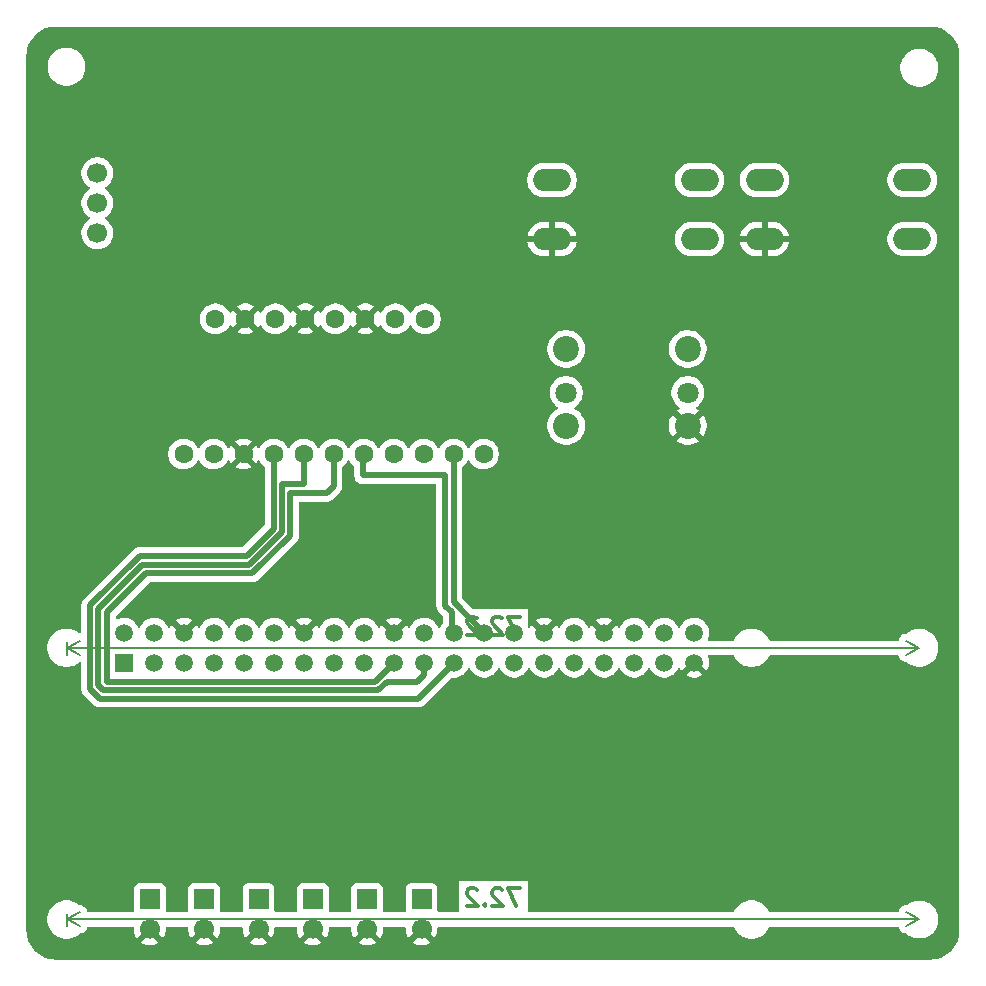
<source format=gbl>
G04 #@! TF.GenerationSoftware,KiCad,Pcbnew,9.0.1*
G04 #@! TF.CreationDate,2025-04-09T16:40:49+02:00*
G04 #@! TF.ProjectId,camera_base,63616d65-7261-45f6-9261-73652e6b6963,rev?*
G04 #@! TF.SameCoordinates,Original*
G04 #@! TF.FileFunction,Copper,L2,Bot*
G04 #@! TF.FilePolarity,Positive*
%FSLAX46Y46*%
G04 Gerber Fmt 4.6, Leading zero omitted, Abs format (unit mm)*
G04 Created by KiCad (PCBNEW 9.0.1) date 2025-04-09 16:40:49*
%MOMM*%
%LPD*%
G01*
G04 APERTURE LIST*
%ADD10C,0.300000*%
G04 #@! TA.AperFunction,NonConductor*
%ADD11C,0.300000*%
G04 #@! TD*
G04 #@! TA.AperFunction,NonConductor*
%ADD12C,0.200000*%
G04 #@! TD*
G04 #@! TA.AperFunction,ComponentPad*
%ADD13R,1.508000X1.508000*%
G04 #@! TD*
G04 #@! TA.AperFunction,ComponentPad*
%ADD14C,1.508000*%
G04 #@! TD*
G04 #@! TA.AperFunction,ComponentPad*
%ADD15O,3.200000X1.900000*%
G04 #@! TD*
G04 #@! TA.AperFunction,ComponentPad*
%ADD16C,1.600000*%
G04 #@! TD*
G04 #@! TA.AperFunction,ComponentPad*
%ADD17C,1.700000*%
G04 #@! TD*
G04 #@! TA.AperFunction,ComponentPad*
%ADD18C,2.200000*%
G04 #@! TD*
G04 #@! TA.AperFunction,ComponentPad*
%ADD19C,1.800000*%
G04 #@! TD*
G04 #@! TA.AperFunction,ComponentPad*
%ADD20R,1.700000X1.700000*%
G04 #@! TD*
G04 #@! TA.AperFunction,Conductor*
%ADD21C,0.500000*%
G04 #@! TD*
G04 APERTURE END LIST*
D10*
D11*
X98285713Y-166478328D02*
X97285713Y-166478328D01*
X97285713Y-166478328D02*
X97928570Y-167978328D01*
X96785713Y-166621185D02*
X96714285Y-166549757D01*
X96714285Y-166549757D02*
X96571428Y-166478328D01*
X96571428Y-166478328D02*
X96214285Y-166478328D01*
X96214285Y-166478328D02*
X96071428Y-166549757D01*
X96071428Y-166549757D02*
X95999999Y-166621185D01*
X95999999Y-166621185D02*
X95928570Y-166764042D01*
X95928570Y-166764042D02*
X95928570Y-166906900D01*
X95928570Y-166906900D02*
X95999999Y-167121185D01*
X95999999Y-167121185D02*
X96857142Y-167978328D01*
X96857142Y-167978328D02*
X95928570Y-167978328D01*
X95285714Y-167835471D02*
X95214285Y-167906900D01*
X95214285Y-167906900D02*
X95285714Y-167978328D01*
X95285714Y-167978328D02*
X95357142Y-167906900D01*
X95357142Y-167906900D02*
X95285714Y-167835471D01*
X95285714Y-167835471D02*
X95285714Y-167978328D01*
X94642856Y-166621185D02*
X94571428Y-166549757D01*
X94571428Y-166549757D02*
X94428571Y-166478328D01*
X94428571Y-166478328D02*
X94071428Y-166478328D01*
X94071428Y-166478328D02*
X93928571Y-166549757D01*
X93928571Y-166549757D02*
X93857142Y-166621185D01*
X93857142Y-166621185D02*
X93785713Y-166764042D01*
X93785713Y-166764042D02*
X93785713Y-166906900D01*
X93785713Y-166906900D02*
X93857142Y-167121185D01*
X93857142Y-167121185D02*
X94714285Y-167978328D01*
X94714285Y-167978328D02*
X93785713Y-167978328D01*
D12*
X59900000Y-168600000D02*
X59900000Y-169686420D01*
X132100000Y-169100000D02*
X132100000Y-169100000D01*
X59900000Y-169100000D02*
X132100000Y-169100000D01*
X59900000Y-169100000D02*
X61026504Y-168513579D01*
X59900000Y-169100000D02*
X61026504Y-169686421D01*
X132100000Y-169100000D02*
X130973496Y-169686421D01*
X132100000Y-169100000D02*
X130973496Y-168513579D01*
D10*
D11*
X98285713Y-143478328D02*
X97285713Y-143478328D01*
X97285713Y-143478328D02*
X97928570Y-144978328D01*
X96785713Y-143621185D02*
X96714285Y-143549757D01*
X96714285Y-143549757D02*
X96571428Y-143478328D01*
X96571428Y-143478328D02*
X96214285Y-143478328D01*
X96214285Y-143478328D02*
X96071428Y-143549757D01*
X96071428Y-143549757D02*
X95999999Y-143621185D01*
X95999999Y-143621185D02*
X95928570Y-143764042D01*
X95928570Y-143764042D02*
X95928570Y-143906900D01*
X95928570Y-143906900D02*
X95999999Y-144121185D01*
X95999999Y-144121185D02*
X96857142Y-144978328D01*
X96857142Y-144978328D02*
X95928570Y-144978328D01*
X95285714Y-144835471D02*
X95214285Y-144906900D01*
X95214285Y-144906900D02*
X95285714Y-144978328D01*
X95285714Y-144978328D02*
X95357142Y-144906900D01*
X95357142Y-144906900D02*
X95285714Y-144835471D01*
X95285714Y-144835471D02*
X95285714Y-144978328D01*
X94642856Y-143621185D02*
X94571428Y-143549757D01*
X94571428Y-143549757D02*
X94428571Y-143478328D01*
X94428571Y-143478328D02*
X94071428Y-143478328D01*
X94071428Y-143478328D02*
X93928571Y-143549757D01*
X93928571Y-143549757D02*
X93857142Y-143621185D01*
X93857142Y-143621185D02*
X93785713Y-143764042D01*
X93785713Y-143764042D02*
X93785713Y-143906900D01*
X93785713Y-143906900D02*
X93857142Y-144121185D01*
X93857142Y-144121185D02*
X94714285Y-144978328D01*
X94714285Y-144978328D02*
X93785713Y-144978328D01*
D12*
X59900000Y-145600000D02*
X59900000Y-146686420D01*
X132100000Y-146100000D02*
X132100000Y-146100000D01*
X59900000Y-146100000D02*
X132100000Y-146100000D01*
X59900000Y-146100000D02*
X61026504Y-145513579D01*
X59900000Y-146100000D02*
X61026504Y-146686421D01*
X132100000Y-146100000D02*
X130973496Y-146686421D01*
X132100000Y-146100000D02*
X130973496Y-145513579D01*
D13*
X64770000Y-147370000D03*
D14*
X64770000Y-144830000D03*
X67310000Y-147370000D03*
X67310000Y-144830000D03*
X69850000Y-147370000D03*
X69850000Y-144830000D03*
X72390000Y-147370000D03*
X72390000Y-144830000D03*
X74930000Y-147370000D03*
X74930000Y-144830000D03*
X77470000Y-147370000D03*
X77470000Y-144830000D03*
X80010000Y-147370000D03*
X80010000Y-144830000D03*
X82550000Y-147370000D03*
X82550000Y-144830000D03*
X85090000Y-147370000D03*
X85090000Y-144830000D03*
X87630000Y-147370000D03*
X87630000Y-144830000D03*
X90170000Y-147370000D03*
X90170000Y-144830000D03*
X92710000Y-147370000D03*
X92710000Y-144830000D03*
X95250000Y-147370000D03*
X95250000Y-144830000D03*
X97790000Y-147370000D03*
X97790000Y-144830000D03*
X100330000Y-147370000D03*
X100330000Y-144830000D03*
X102870000Y-147370000D03*
X102870000Y-144830000D03*
X105410000Y-147370000D03*
X105410000Y-144830000D03*
X107950000Y-147370000D03*
X107950000Y-144830000D03*
X110490000Y-147370000D03*
X110490000Y-144830000D03*
X113030000Y-147370000D03*
X113030000Y-144830000D03*
D15*
X119000000Y-106500000D03*
X119000000Y-111500000D03*
X131500000Y-106500000D03*
X131500000Y-111500000D03*
D16*
X95200000Y-129700000D03*
X92660000Y-129700000D03*
X90120000Y-129700000D03*
X87580000Y-129700000D03*
X85040000Y-129700000D03*
X82500000Y-129700000D03*
X79960000Y-129700000D03*
X77420000Y-129700000D03*
X74880000Y-129700000D03*
X72340000Y-129700000D03*
X69800000Y-129700000D03*
D17*
X62500000Y-105920000D03*
X62500000Y-108460000D03*
X62500000Y-111000000D03*
D18*
X102200000Y-120800000D03*
D19*
X102200000Y-124500000D03*
D18*
X102200000Y-127300000D03*
X112500000Y-127300000D03*
D19*
X112500000Y-124500000D03*
D18*
X112500000Y-120800000D03*
D20*
X76150000Y-167400000D03*
D17*
X76150000Y-169940000D03*
D20*
X85350000Y-167400000D03*
D17*
X85350000Y-169940000D03*
D20*
X80750000Y-167400000D03*
D17*
X80750000Y-169940000D03*
D20*
X89950000Y-167400000D03*
D17*
X89950000Y-169940000D03*
D20*
X66950000Y-167400000D03*
D17*
X66950000Y-169940000D03*
D20*
X71550000Y-167400000D03*
D17*
X71550000Y-169940000D03*
D15*
X101000000Y-106500000D03*
X101000000Y-111500000D03*
X113500000Y-106500000D03*
X113500000Y-111500000D03*
D16*
X90280000Y-118250000D03*
X87740000Y-118250000D03*
X85200000Y-118250000D03*
X82660000Y-118250000D03*
X80120000Y-118250000D03*
X77580000Y-118250000D03*
X75040000Y-118250000D03*
X72500000Y-118250000D03*
D21*
X92710000Y-144830000D02*
X92500000Y-144620000D01*
X91959000Y-142530364D02*
X91959000Y-131500000D01*
X92500000Y-144620000D02*
X92500000Y-143071364D01*
X85000000Y-129740000D02*
X85040000Y-129700000D01*
X92500000Y-143071364D02*
X91959000Y-142530364D01*
X91959000Y-131500000D02*
X85000000Y-131500000D01*
X85000000Y-131500000D02*
X85000000Y-129740000D01*
X90170000Y-147370000D02*
X90170000Y-148436317D01*
X78121000Y-132279000D02*
X78123000Y-132277000D01*
X66308636Y-139100000D02*
X75331364Y-139100000D01*
X86991364Y-149000000D02*
X86290364Y-149701000D01*
X63009636Y-149701000D02*
X62599000Y-149290364D01*
X62599000Y-142809636D02*
X66308636Y-139100000D01*
X86290364Y-149701000D02*
X63009636Y-149701000D01*
X90170000Y-148436317D02*
X89606317Y-149000000D01*
X79960000Y-130160000D02*
X79960000Y-129700000D01*
X62599000Y-149290364D02*
X62599000Y-142809636D01*
X78123000Y-132277000D02*
X79923000Y-132277000D01*
X75331364Y-139100000D02*
X78121000Y-136310364D01*
X89606317Y-149000000D02*
X86991364Y-149000000D01*
X78121000Y-136310364D02*
X78121000Y-132279000D01*
X79923000Y-132277000D02*
X80000000Y-132200000D01*
X80000000Y-132200000D02*
X80000000Y-130200000D01*
X80000000Y-130200000D02*
X79960000Y-130160000D01*
X82500000Y-129700000D02*
X82500000Y-132400000D01*
X78822000Y-132978000D02*
X78822000Y-136600728D01*
X86000000Y-149000000D02*
X87630000Y-147370000D01*
X82500000Y-132400000D02*
X81922000Y-132978000D01*
X81922000Y-132978000D02*
X78822000Y-132978000D01*
X75621728Y-139801000D02*
X66599000Y-139801000D01*
X78822000Y-136600728D02*
X75621728Y-139801000D01*
X66599000Y-139801000D02*
X63300000Y-143100000D01*
X63300000Y-149000000D02*
X86000000Y-149000000D01*
X63300000Y-143100000D02*
X63300000Y-149000000D01*
X82100000Y-129700000D02*
X82500000Y-129700000D01*
X75140000Y-138300000D02*
X77420000Y-136020000D01*
X77420000Y-136020000D02*
X77420000Y-129700000D01*
X61898000Y-149580728D02*
X62719272Y-150402000D01*
X75140000Y-138300000D02*
X66117272Y-138300000D01*
X61898000Y-142519272D02*
X61898000Y-149580728D01*
X66117272Y-138300000D02*
X61898000Y-142519272D01*
X62719272Y-150402000D02*
X89678000Y-150402000D01*
X89678000Y-150402000D02*
X92710000Y-147370000D01*
X95250000Y-144830000D02*
X92660000Y-142240000D01*
X92660000Y-142240000D02*
X92660000Y-129700000D01*
X90170000Y-129750000D02*
X90120000Y-129700000D01*
G04 #@! TA.AperFunction,Conductor*
G36*
X83841445Y-130243865D02*
G01*
X83880485Y-130288919D01*
X83927715Y-130381614D01*
X84048028Y-130547213D01*
X84048034Y-130547219D01*
X84192781Y-130691966D01*
X84198381Y-130696034D01*
X84241049Y-130751360D01*
X84249500Y-130796355D01*
X84249500Y-131573918D01*
X84249500Y-131573920D01*
X84249499Y-131573920D01*
X84278340Y-131718907D01*
X84278343Y-131718917D01*
X84334912Y-131855488D01*
X84334919Y-131855501D01*
X84417048Y-131978415D01*
X84417051Y-131978419D01*
X84521580Y-132082948D01*
X84521584Y-132082951D01*
X84644498Y-132165080D01*
X84644511Y-132165087D01*
X84747667Y-132207815D01*
X84781087Y-132221658D01*
X84781091Y-132221658D01*
X84781092Y-132221659D01*
X84926079Y-132250500D01*
X84926082Y-132250500D01*
X85073918Y-132250500D01*
X91084500Y-132250500D01*
X91151539Y-132270185D01*
X91197294Y-132322989D01*
X91208500Y-132374500D01*
X91208500Y-142604282D01*
X91208500Y-142604284D01*
X91208499Y-142604284D01*
X91237340Y-142749271D01*
X91237343Y-142749281D01*
X91293913Y-142885853D01*
X91293914Y-142885855D01*
X91293916Y-142885859D01*
X91306705Y-142905000D01*
X91306764Y-142905087D01*
X91306763Y-142905087D01*
X91376046Y-143008778D01*
X91376052Y-143008785D01*
X91713181Y-143345912D01*
X91746666Y-143407235D01*
X91749500Y-143433593D01*
X91749500Y-143977440D01*
X91729815Y-144044479D01*
X91725819Y-144050324D01*
X91637056Y-144172498D01*
X91637055Y-144172500D01*
X91592704Y-144259541D01*
X91556805Y-144330000D01*
X91550485Y-144342403D01*
X91502510Y-144393199D01*
X91434689Y-144409994D01*
X91368554Y-144387456D01*
X91329515Y-144342403D01*
X91324862Y-144333271D01*
X91242944Y-144172499D01*
X91217159Y-144137009D01*
X91126884Y-144012753D01*
X90987246Y-143873115D01*
X90827504Y-143757058D01*
X90827503Y-143757057D01*
X90827501Y-143757056D01*
X90651561Y-143667409D01*
X90651558Y-143667408D01*
X90463763Y-143606389D01*
X90268736Y-143575500D01*
X90268731Y-143575500D01*
X90071269Y-143575500D01*
X90071264Y-143575500D01*
X89876236Y-143606389D01*
X89688441Y-143667408D01*
X89512495Y-143757058D01*
X89352753Y-143873115D01*
X89213115Y-144012753D01*
X89097058Y-144172495D01*
X89097056Y-144172499D01*
X89010203Y-144342954D01*
X88962230Y-144393749D01*
X88894409Y-144410544D01*
X88828274Y-144388006D01*
X88789235Y-144342953D01*
X88702520Y-144172768D01*
X88702512Y-144172755D01*
X88676542Y-144137010D01*
X88676541Y-144137009D01*
X88112962Y-144700589D01*
X88095925Y-144637007D01*
X88030099Y-144522993D01*
X87937007Y-144429901D01*
X87822993Y-144364075D01*
X87759409Y-144347037D01*
X88322989Y-143783457D01*
X88287239Y-143757483D01*
X88111373Y-143667873D01*
X87923646Y-143606876D01*
X87728697Y-143576000D01*
X87531303Y-143576000D01*
X87336353Y-143606876D01*
X87148626Y-143667873D01*
X86972762Y-143757482D01*
X86972760Y-143757483D01*
X86937010Y-143783456D01*
X86937010Y-143783457D01*
X87500591Y-144347037D01*
X87437007Y-144364075D01*
X87322993Y-144429901D01*
X87229901Y-144522993D01*
X87164075Y-144637007D01*
X87147037Y-144700590D01*
X86583457Y-144137010D01*
X86583456Y-144137010D01*
X86557483Y-144172760D01*
X86557479Y-144172767D01*
X86470763Y-144342954D01*
X86422788Y-144393749D01*
X86354967Y-144410544D01*
X86288833Y-144388006D01*
X86249798Y-144342957D01*
X86162944Y-144172499D01*
X86162942Y-144172496D01*
X86162941Y-144172494D01*
X86046884Y-144012753D01*
X85907246Y-143873115D01*
X85747504Y-143757058D01*
X85747503Y-143757057D01*
X85747501Y-143757056D01*
X85571561Y-143667409D01*
X85571558Y-143667408D01*
X85383763Y-143606389D01*
X85188736Y-143575500D01*
X85188731Y-143575500D01*
X84991269Y-143575500D01*
X84991264Y-143575500D01*
X84796236Y-143606389D01*
X84608441Y-143667408D01*
X84432495Y-143757058D01*
X84272753Y-143873115D01*
X84133115Y-144012753D01*
X84017058Y-144172495D01*
X84017056Y-144172499D01*
X83936805Y-144330000D01*
X83930485Y-144342403D01*
X83882510Y-144393199D01*
X83814689Y-144409994D01*
X83748554Y-144387456D01*
X83709515Y-144342403D01*
X83704862Y-144333271D01*
X83622944Y-144172499D01*
X83597159Y-144137009D01*
X83506884Y-144012753D01*
X83367246Y-143873115D01*
X83207504Y-143757058D01*
X83207503Y-143757057D01*
X83207501Y-143757056D01*
X83031561Y-143667409D01*
X83031558Y-143667408D01*
X82843763Y-143606389D01*
X82648736Y-143575500D01*
X82648731Y-143575500D01*
X82451269Y-143575500D01*
X82451264Y-143575500D01*
X82256236Y-143606389D01*
X82068441Y-143667408D01*
X81892495Y-143757058D01*
X81732753Y-143873115D01*
X81593115Y-144012753D01*
X81477058Y-144172495D01*
X81477056Y-144172499D01*
X81390203Y-144342954D01*
X81342230Y-144393749D01*
X81274409Y-144410544D01*
X81208274Y-144388006D01*
X81169235Y-144342953D01*
X81082520Y-144172768D01*
X81082512Y-144172755D01*
X81056542Y-144137010D01*
X81056541Y-144137009D01*
X80492962Y-144700589D01*
X80475925Y-144637007D01*
X80410099Y-144522993D01*
X80317007Y-144429901D01*
X80202993Y-144364075D01*
X80139409Y-144347037D01*
X80702989Y-143783457D01*
X80667239Y-143757483D01*
X80491373Y-143667873D01*
X80303646Y-143606876D01*
X80108697Y-143576000D01*
X79911303Y-143576000D01*
X79716353Y-143606876D01*
X79528626Y-143667873D01*
X79352762Y-143757482D01*
X79352760Y-143757483D01*
X79317010Y-143783456D01*
X79317010Y-143783457D01*
X79880591Y-144347037D01*
X79817007Y-144364075D01*
X79702993Y-144429901D01*
X79609901Y-144522993D01*
X79544075Y-144637007D01*
X79527037Y-144700590D01*
X78963457Y-144137010D01*
X78963456Y-144137010D01*
X78937483Y-144172760D01*
X78937479Y-144172767D01*
X78850763Y-144342954D01*
X78802788Y-144393749D01*
X78734967Y-144410544D01*
X78668833Y-144388006D01*
X78629798Y-144342957D01*
X78542944Y-144172499D01*
X78542942Y-144172496D01*
X78542941Y-144172494D01*
X78426884Y-144012753D01*
X78287246Y-143873115D01*
X78127504Y-143757058D01*
X78127503Y-143757057D01*
X78127501Y-143757056D01*
X77951561Y-143667409D01*
X77951558Y-143667408D01*
X77763763Y-143606389D01*
X77568736Y-143575500D01*
X77568731Y-143575500D01*
X77371269Y-143575500D01*
X77371264Y-143575500D01*
X77176236Y-143606389D01*
X76988441Y-143667408D01*
X76812495Y-143757058D01*
X76652753Y-143873115D01*
X76513115Y-144012753D01*
X76397058Y-144172495D01*
X76397056Y-144172499D01*
X76316805Y-144330000D01*
X76310485Y-144342403D01*
X76262510Y-144393199D01*
X76194689Y-144409994D01*
X76128554Y-144387456D01*
X76089515Y-144342403D01*
X76084862Y-144333271D01*
X76002944Y-144172499D01*
X75977159Y-144137009D01*
X75886884Y-144012753D01*
X75747246Y-143873115D01*
X75587504Y-143757058D01*
X75587503Y-143757057D01*
X75587501Y-143757056D01*
X75411561Y-143667409D01*
X75411558Y-143667408D01*
X75223763Y-143606389D01*
X75028736Y-143575500D01*
X75028731Y-143575500D01*
X74831269Y-143575500D01*
X74831264Y-143575500D01*
X74636236Y-143606389D01*
X74448441Y-143667408D01*
X74272495Y-143757058D01*
X74112753Y-143873115D01*
X73973115Y-144012753D01*
X73857058Y-144172495D01*
X73857056Y-144172499D01*
X73776805Y-144330000D01*
X73770485Y-144342403D01*
X73722510Y-144393199D01*
X73654689Y-144409994D01*
X73588554Y-144387456D01*
X73549515Y-144342403D01*
X73544862Y-144333271D01*
X73462944Y-144172499D01*
X73437159Y-144137009D01*
X73346884Y-144012753D01*
X73207246Y-143873115D01*
X73047504Y-143757058D01*
X73047503Y-143757057D01*
X73047501Y-143757056D01*
X72871561Y-143667409D01*
X72871558Y-143667408D01*
X72683763Y-143606389D01*
X72488736Y-143575500D01*
X72488731Y-143575500D01*
X72291269Y-143575500D01*
X72291264Y-143575500D01*
X72096236Y-143606389D01*
X71908441Y-143667408D01*
X71732495Y-143757058D01*
X71572753Y-143873115D01*
X71433115Y-144012753D01*
X71317058Y-144172495D01*
X71317056Y-144172499D01*
X71230203Y-144342954D01*
X71182230Y-144393749D01*
X71114409Y-144410544D01*
X71048274Y-144388006D01*
X71009235Y-144342953D01*
X70922520Y-144172768D01*
X70922512Y-144172755D01*
X70896542Y-144137010D01*
X70896541Y-144137009D01*
X70332962Y-144700589D01*
X70315925Y-144637007D01*
X70250099Y-144522993D01*
X70157007Y-144429901D01*
X70042993Y-144364075D01*
X69979409Y-144347037D01*
X70542989Y-143783457D01*
X70507239Y-143757483D01*
X70331373Y-143667873D01*
X70143646Y-143606876D01*
X69948697Y-143576000D01*
X69751303Y-143576000D01*
X69556353Y-143606876D01*
X69368626Y-143667873D01*
X69192762Y-143757482D01*
X69192760Y-143757483D01*
X69157010Y-143783456D01*
X69157010Y-143783457D01*
X69720591Y-144347037D01*
X69657007Y-144364075D01*
X69542993Y-144429901D01*
X69449901Y-144522993D01*
X69384075Y-144637007D01*
X69367037Y-144700590D01*
X68803457Y-144137010D01*
X68803456Y-144137010D01*
X68777483Y-144172760D01*
X68777479Y-144172767D01*
X68690763Y-144342954D01*
X68642788Y-144393749D01*
X68574967Y-144410544D01*
X68508833Y-144388006D01*
X68469798Y-144342957D01*
X68382944Y-144172499D01*
X68382942Y-144172496D01*
X68382941Y-144172494D01*
X68266884Y-144012753D01*
X68127246Y-143873115D01*
X67967504Y-143757058D01*
X67967503Y-143757057D01*
X67967501Y-143757056D01*
X67791561Y-143667409D01*
X67791558Y-143667408D01*
X67603763Y-143606389D01*
X67408736Y-143575500D01*
X67408731Y-143575500D01*
X67211269Y-143575500D01*
X67211264Y-143575500D01*
X67016236Y-143606389D01*
X66828441Y-143667408D01*
X66652495Y-143757058D01*
X66492753Y-143873115D01*
X66353115Y-144012753D01*
X66237058Y-144172495D01*
X66237056Y-144172499D01*
X66156805Y-144330000D01*
X66150485Y-144342403D01*
X66102510Y-144393199D01*
X66034689Y-144409994D01*
X65968554Y-144387456D01*
X65929515Y-144342403D01*
X65924862Y-144333271D01*
X65842944Y-144172499D01*
X65817159Y-144137009D01*
X65726884Y-144012753D01*
X65587246Y-143873115D01*
X65427504Y-143757058D01*
X65427503Y-143757057D01*
X65427501Y-143757056D01*
X65251561Y-143667409D01*
X65251558Y-143667408D01*
X65063763Y-143606389D01*
X64868736Y-143575500D01*
X64868731Y-143575500D01*
X64671269Y-143575500D01*
X64671264Y-143575500D01*
X64476236Y-143606389D01*
X64288441Y-143667408D01*
X64288439Y-143667408D01*
X64288439Y-143667409D01*
X64230793Y-143696781D01*
X64228089Y-143697289D01*
X64226011Y-143699090D01*
X64193961Y-143703698D01*
X64162126Y-143709677D01*
X64159576Y-143708642D01*
X64156853Y-143709034D01*
X64127394Y-143695580D01*
X64097385Y-143683401D01*
X64095799Y-143681151D01*
X64093297Y-143680009D01*
X64075788Y-143652765D01*
X64057128Y-143626294D01*
X64056555Y-143622837D01*
X64055523Y-143621231D01*
X64050500Y-143586296D01*
X64050500Y-143462229D01*
X64070185Y-143395190D01*
X64086819Y-143374548D01*
X66873548Y-140587819D01*
X66934871Y-140554334D01*
X66961229Y-140551500D01*
X75695648Y-140551500D01*
X75793190Y-140532096D01*
X75840641Y-140522658D01*
X75977223Y-140466084D01*
X76026457Y-140433186D01*
X76100144Y-140383952D01*
X79404952Y-137079144D01*
X79474238Y-136975448D01*
X79487084Y-136956223D01*
X79543658Y-136819641D01*
X79572500Y-136674646D01*
X79572500Y-133852500D01*
X79592185Y-133785461D01*
X79644989Y-133739706D01*
X79696500Y-133728500D01*
X81995920Y-133728500D01*
X82093462Y-133709096D01*
X82140913Y-133699658D01*
X82277495Y-133643084D01*
X82326729Y-133610186D01*
X82400416Y-133560952D01*
X83082951Y-132878416D01*
X83165084Y-132755495D01*
X83221658Y-132618913D01*
X83250500Y-132473918D01*
X83250500Y-130825416D01*
X83270185Y-130758377D01*
X83301613Y-130725099D01*
X83347219Y-130691966D01*
X83491966Y-130547219D01*
X83491968Y-130547215D01*
X83491971Y-130547213D01*
X83612284Y-130381614D01*
X83612286Y-130381611D01*
X83612287Y-130381610D01*
X83659516Y-130288917D01*
X83707489Y-130238123D01*
X83775310Y-130221328D01*
X83841445Y-130243865D01*
G37*
G04 #@! TD.AperFunction*
G04 #@! TA.AperFunction,Conductor*
G36*
X133003736Y-93500726D02*
G01*
X133293796Y-93518271D01*
X133308659Y-93520076D01*
X133590798Y-93571780D01*
X133605335Y-93575363D01*
X133879172Y-93660695D01*
X133893163Y-93666000D01*
X134154743Y-93783727D01*
X134167989Y-93790680D01*
X134413465Y-93939075D01*
X134425776Y-93947573D01*
X134651573Y-94124473D01*
X134662781Y-94134403D01*
X134865596Y-94337218D01*
X134875526Y-94348426D01*
X134995481Y-94501538D01*
X135052422Y-94574217D01*
X135060928Y-94586540D01*
X135209316Y-94832004D01*
X135216275Y-94845263D01*
X135333997Y-95106831D01*
X135339306Y-95120832D01*
X135424635Y-95394663D01*
X135428219Y-95409201D01*
X135479923Y-95691340D01*
X135481728Y-95706205D01*
X135499274Y-95996263D01*
X135499500Y-96003750D01*
X135499500Y-169996249D01*
X135499274Y-170003736D01*
X135481728Y-170293794D01*
X135479923Y-170308659D01*
X135428219Y-170590798D01*
X135424635Y-170605336D01*
X135339306Y-170879167D01*
X135333997Y-170893168D01*
X135216275Y-171154736D01*
X135209316Y-171167995D01*
X135060928Y-171413459D01*
X135052422Y-171425782D01*
X134875526Y-171651573D01*
X134865596Y-171662781D01*
X134662781Y-171865596D01*
X134651573Y-171875526D01*
X134425782Y-172052422D01*
X134413459Y-172060928D01*
X134167995Y-172209316D01*
X134154736Y-172216275D01*
X133893168Y-172333997D01*
X133879167Y-172339306D01*
X133605336Y-172424635D01*
X133590798Y-172428219D01*
X133308659Y-172479923D01*
X133293794Y-172481728D01*
X133003736Y-172499274D01*
X132996249Y-172499500D01*
X59003751Y-172499500D01*
X58996264Y-172499274D01*
X58706205Y-172481728D01*
X58691340Y-172479923D01*
X58409201Y-172428219D01*
X58394663Y-172424635D01*
X58120832Y-172339306D01*
X58106831Y-172333997D01*
X57845263Y-172216275D01*
X57832004Y-172209316D01*
X57586540Y-172060928D01*
X57574217Y-172052422D01*
X57348426Y-171875526D01*
X57337218Y-171865596D01*
X57134403Y-171662781D01*
X57124473Y-171651573D01*
X56947573Y-171425776D01*
X56939075Y-171413465D01*
X56790680Y-171167989D01*
X56783727Y-171154743D01*
X56666000Y-170893163D01*
X56660693Y-170879167D01*
X56605397Y-170701717D01*
X56575363Y-170605335D01*
X56571780Y-170590798D01*
X56520076Y-170308659D01*
X56518271Y-170293794D01*
X56518256Y-170293554D01*
X56500726Y-170003736D01*
X56500500Y-169996249D01*
X56500500Y-168972070D01*
X58274500Y-168972070D01*
X58274500Y-169227929D01*
X58314526Y-169480640D01*
X58393588Y-169723972D01*
X58393589Y-169723975D01*
X58472533Y-169878910D01*
X58503660Y-169939999D01*
X58509750Y-169951950D01*
X58660132Y-170158935D01*
X58660136Y-170158940D01*
X58841059Y-170339863D01*
X58841064Y-170339867D01*
X58931986Y-170405925D01*
X59048053Y-170490252D01*
X59197080Y-170566185D01*
X59276024Y-170606410D01*
X59276027Y-170606411D01*
X59397693Y-170645942D01*
X59519361Y-170685474D01*
X59772070Y-170725500D01*
X59772071Y-170725500D01*
X60027929Y-170725500D01*
X60027930Y-170725500D01*
X60280639Y-170685474D01*
X60523975Y-170606410D01*
X60751947Y-170490252D01*
X60958942Y-170339862D01*
X60976518Y-170322286D01*
X61037840Y-170288799D01*
X61058793Y-170286083D01*
X61091037Y-170284675D01*
X61131679Y-170282901D01*
X61282476Y-170235355D01*
X61415829Y-170150400D01*
X61522649Y-170033825D01*
X61595658Y-169893577D01*
X61616922Y-169797661D01*
X61650650Y-169736472D01*
X61712106Y-169703230D01*
X61737983Y-169700500D01*
X65476345Y-169700500D01*
X65543384Y-169720185D01*
X65589139Y-169772989D01*
X65599016Y-169828881D01*
X65600000Y-169828881D01*
X65600000Y-170046246D01*
X65633242Y-170256127D01*
X65633242Y-170256130D01*
X65698904Y-170458217D01*
X65795375Y-170647550D01*
X65834728Y-170701716D01*
X66467036Y-170069407D01*
X66484075Y-170132993D01*
X66549901Y-170247007D01*
X66642993Y-170340099D01*
X66757007Y-170405925D01*
X66820590Y-170422962D01*
X66188282Y-171055269D01*
X66188282Y-171055270D01*
X66242449Y-171094624D01*
X66431782Y-171191095D01*
X66633870Y-171256757D01*
X66843754Y-171290000D01*
X67056246Y-171290000D01*
X67266127Y-171256757D01*
X67266130Y-171256757D01*
X67468217Y-171191095D01*
X67657554Y-171094622D01*
X67711716Y-171055270D01*
X67711717Y-171055270D01*
X67079408Y-170422962D01*
X67142993Y-170405925D01*
X67257007Y-170340099D01*
X67350099Y-170247007D01*
X67415925Y-170132993D01*
X67432962Y-170069409D01*
X68065270Y-170701717D01*
X68065270Y-170701716D01*
X68104622Y-170647554D01*
X68201095Y-170458217D01*
X68266757Y-170256130D01*
X68266757Y-170256127D01*
X68300000Y-170046246D01*
X68300000Y-169828881D01*
X68301162Y-169828881D01*
X68314399Y-169765857D01*
X68363447Y-169716098D01*
X68423655Y-169700500D01*
X70076345Y-169700500D01*
X70143384Y-169720185D01*
X70189139Y-169772989D01*
X70199016Y-169828881D01*
X70200000Y-169828881D01*
X70200000Y-170046246D01*
X70233242Y-170256127D01*
X70233242Y-170256130D01*
X70298904Y-170458217D01*
X70395375Y-170647550D01*
X70434728Y-170701716D01*
X71067036Y-170069407D01*
X71084075Y-170132993D01*
X71149901Y-170247007D01*
X71242993Y-170340099D01*
X71357007Y-170405925D01*
X71420590Y-170422962D01*
X70788282Y-171055269D01*
X70788282Y-171055270D01*
X70842449Y-171094624D01*
X71031782Y-171191095D01*
X71233870Y-171256757D01*
X71443754Y-171290000D01*
X71656246Y-171290000D01*
X71866127Y-171256757D01*
X71866130Y-171256757D01*
X72068217Y-171191095D01*
X72257554Y-171094622D01*
X72311716Y-171055270D01*
X72311717Y-171055270D01*
X71679408Y-170422962D01*
X71742993Y-170405925D01*
X71857007Y-170340099D01*
X71950099Y-170247007D01*
X72015925Y-170132993D01*
X72032962Y-170069409D01*
X72665270Y-170701717D01*
X72665270Y-170701716D01*
X72704622Y-170647554D01*
X72801095Y-170458217D01*
X72866757Y-170256130D01*
X72866757Y-170256127D01*
X72900000Y-170046246D01*
X72900000Y-169828881D01*
X72901162Y-169828881D01*
X72914399Y-169765857D01*
X72963447Y-169716098D01*
X73023655Y-169700500D01*
X74676345Y-169700500D01*
X74743384Y-169720185D01*
X74789139Y-169772989D01*
X74799016Y-169828881D01*
X74800000Y-169828881D01*
X74800000Y-170046246D01*
X74833242Y-170256127D01*
X74833242Y-170256130D01*
X74898904Y-170458217D01*
X74995375Y-170647550D01*
X75034728Y-170701716D01*
X75667036Y-170069407D01*
X75684075Y-170132993D01*
X75749901Y-170247007D01*
X75842993Y-170340099D01*
X75957007Y-170405925D01*
X76020590Y-170422962D01*
X75388282Y-171055269D01*
X75388282Y-171055270D01*
X75442449Y-171094624D01*
X75631782Y-171191095D01*
X75833870Y-171256757D01*
X76043754Y-171290000D01*
X76256246Y-171290000D01*
X76466127Y-171256757D01*
X76466130Y-171256757D01*
X76668217Y-171191095D01*
X76857554Y-171094622D01*
X76911716Y-171055270D01*
X76911717Y-171055270D01*
X76279408Y-170422962D01*
X76342993Y-170405925D01*
X76457007Y-170340099D01*
X76550099Y-170247007D01*
X76615925Y-170132993D01*
X76632962Y-170069409D01*
X77265270Y-170701717D01*
X77265270Y-170701716D01*
X77304622Y-170647554D01*
X77401095Y-170458217D01*
X77466757Y-170256130D01*
X77466757Y-170256127D01*
X77500000Y-170046246D01*
X77500000Y-169828881D01*
X77501162Y-169828881D01*
X77514399Y-169765857D01*
X77563447Y-169716098D01*
X77623655Y-169700500D01*
X79276345Y-169700500D01*
X79343384Y-169720185D01*
X79389139Y-169772989D01*
X79399016Y-169828881D01*
X79400000Y-169828881D01*
X79400000Y-170046246D01*
X79433242Y-170256127D01*
X79433242Y-170256130D01*
X79498904Y-170458217D01*
X79595375Y-170647550D01*
X79634728Y-170701716D01*
X80267036Y-170069407D01*
X80284075Y-170132993D01*
X80349901Y-170247007D01*
X80442993Y-170340099D01*
X80557007Y-170405925D01*
X80620590Y-170422962D01*
X79988282Y-171055269D01*
X79988282Y-171055270D01*
X80042449Y-171094624D01*
X80231782Y-171191095D01*
X80433870Y-171256757D01*
X80643754Y-171290000D01*
X80856246Y-171290000D01*
X81066127Y-171256757D01*
X81066130Y-171256757D01*
X81268217Y-171191095D01*
X81457554Y-171094622D01*
X81511716Y-171055270D01*
X81511717Y-171055270D01*
X80879408Y-170422962D01*
X80942993Y-170405925D01*
X81057007Y-170340099D01*
X81150099Y-170247007D01*
X81215925Y-170132993D01*
X81232962Y-170069409D01*
X81865270Y-170701717D01*
X81865270Y-170701716D01*
X81904622Y-170647554D01*
X82001095Y-170458217D01*
X82066757Y-170256130D01*
X82066757Y-170256127D01*
X82100000Y-170046246D01*
X82100000Y-169828881D01*
X82101162Y-169828881D01*
X82114399Y-169765857D01*
X82163447Y-169716098D01*
X82223655Y-169700500D01*
X83876345Y-169700500D01*
X83943384Y-169720185D01*
X83989139Y-169772989D01*
X83999016Y-169828881D01*
X84000000Y-169828881D01*
X84000000Y-170046246D01*
X84033242Y-170256127D01*
X84033242Y-170256130D01*
X84098904Y-170458217D01*
X84195375Y-170647550D01*
X84234728Y-170701716D01*
X84867036Y-170069407D01*
X84884075Y-170132993D01*
X84949901Y-170247007D01*
X85042993Y-170340099D01*
X85157007Y-170405925D01*
X85220590Y-170422962D01*
X84588282Y-171055269D01*
X84588282Y-171055270D01*
X84642449Y-171094624D01*
X84831782Y-171191095D01*
X85033870Y-171256757D01*
X85243754Y-171290000D01*
X85456246Y-171290000D01*
X85666127Y-171256757D01*
X85666130Y-171256757D01*
X85868217Y-171191095D01*
X86057554Y-171094622D01*
X86111716Y-171055270D01*
X86111717Y-171055270D01*
X85479408Y-170422962D01*
X85542993Y-170405925D01*
X85657007Y-170340099D01*
X85750099Y-170247007D01*
X85815925Y-170132993D01*
X85832962Y-170069409D01*
X86465270Y-170701717D01*
X86465270Y-170701716D01*
X86504622Y-170647554D01*
X86601095Y-170458217D01*
X86666757Y-170256130D01*
X86666757Y-170256127D01*
X86700000Y-170046246D01*
X86700000Y-169828881D01*
X86701162Y-169828881D01*
X86714399Y-169765857D01*
X86763447Y-169716098D01*
X86823655Y-169700500D01*
X88476345Y-169700500D01*
X88543384Y-169720185D01*
X88589139Y-169772989D01*
X88599016Y-169828881D01*
X88600000Y-169828881D01*
X88600000Y-170046246D01*
X88633242Y-170256127D01*
X88633242Y-170256130D01*
X88698904Y-170458217D01*
X88795375Y-170647550D01*
X88834728Y-170701716D01*
X89467036Y-170069407D01*
X89484075Y-170132993D01*
X89549901Y-170247007D01*
X89642993Y-170340099D01*
X89757007Y-170405925D01*
X89820590Y-170422962D01*
X89188282Y-171055269D01*
X89188282Y-171055270D01*
X89242449Y-171094624D01*
X89431782Y-171191095D01*
X89633870Y-171256757D01*
X89843754Y-171290000D01*
X90056246Y-171290000D01*
X90266127Y-171256757D01*
X90266130Y-171256757D01*
X90468217Y-171191095D01*
X90657554Y-171094622D01*
X90711716Y-171055270D01*
X90711717Y-171055270D01*
X90079408Y-170422962D01*
X90142993Y-170405925D01*
X90257007Y-170340099D01*
X90350099Y-170247007D01*
X90415925Y-170132993D01*
X90432962Y-170069409D01*
X91065270Y-170701717D01*
X91065270Y-170701716D01*
X91104622Y-170647554D01*
X91201095Y-170458217D01*
X91266757Y-170256130D01*
X91266757Y-170256127D01*
X91300000Y-170046246D01*
X91300000Y-169828881D01*
X91301162Y-169828881D01*
X91314399Y-169765857D01*
X91363447Y-169716098D01*
X91423655Y-169700500D01*
X116305642Y-169700500D01*
X116372681Y-169720185D01*
X116416125Y-169768203D01*
X116509748Y-169951947D01*
X116509750Y-169951950D01*
X116660132Y-170158935D01*
X116660136Y-170158940D01*
X116841059Y-170339863D01*
X116841064Y-170339867D01*
X116931986Y-170405925D01*
X117048053Y-170490252D01*
X117197080Y-170566185D01*
X117276024Y-170606410D01*
X117276027Y-170606411D01*
X117397693Y-170645942D01*
X117519361Y-170685474D01*
X117772070Y-170725500D01*
X117772071Y-170725500D01*
X118027929Y-170725500D01*
X118027930Y-170725500D01*
X118280639Y-170685474D01*
X118523975Y-170606410D01*
X118751947Y-170490252D01*
X118958942Y-170339862D01*
X119139862Y-170158942D01*
X119290252Y-169951947D01*
X119383874Y-169768203D01*
X119431848Y-169717409D01*
X119494358Y-169700500D01*
X130262017Y-169700500D01*
X130329056Y-169720185D01*
X130374811Y-169772989D01*
X130383076Y-169797656D01*
X130404342Y-169893577D01*
X130434727Y-169951947D01*
X130459741Y-170000000D01*
X130477350Y-170033826D01*
X130584171Y-170150400D01*
X130584174Y-170150402D01*
X130584176Y-170150404D01*
X130704417Y-170227006D01*
X130717524Y-170235356D01*
X130868320Y-170282902D01*
X130978177Y-170287697D01*
X131044292Y-170310286D01*
X131053383Y-170317945D01*
X131053648Y-170317636D01*
X131057350Y-170320798D01*
X131083916Y-170340099D01*
X131261155Y-170468870D01*
X131404184Y-170541747D01*
X131485616Y-170583239D01*
X131485618Y-170583239D01*
X131485621Y-170583241D01*
X131725215Y-170661090D01*
X131974038Y-170700500D01*
X131974039Y-170700500D01*
X132225961Y-170700500D01*
X132225962Y-170700500D01*
X132474785Y-170661090D01*
X132714379Y-170583241D01*
X132938845Y-170468870D01*
X133142656Y-170320793D01*
X133320793Y-170142656D01*
X133468870Y-169938845D01*
X133583241Y-169714379D01*
X133661090Y-169474785D01*
X133700500Y-169225962D01*
X133700500Y-168974038D01*
X133661090Y-168725215D01*
X133583241Y-168485621D01*
X133583239Y-168485618D01*
X133583239Y-168485616D01*
X133540807Y-168402339D01*
X133468870Y-168261155D01*
X133399863Y-168166175D01*
X133320798Y-168057350D01*
X133320794Y-168057345D01*
X133142654Y-167879205D01*
X133142649Y-167879201D01*
X132938848Y-167731132D01*
X132938847Y-167731131D01*
X132938845Y-167731130D01*
X132868747Y-167695413D01*
X132714383Y-167616760D01*
X132474785Y-167538910D01*
X132225962Y-167499500D01*
X131974038Y-167499500D01*
X131849626Y-167519205D01*
X131725214Y-167538910D01*
X131485616Y-167616760D01*
X131261151Y-167731132D01*
X131057348Y-167879203D01*
X131053641Y-167882370D01*
X131052179Y-167880659D01*
X130998948Y-167909625D01*
X130978176Y-167912302D01*
X130868323Y-167917097D01*
X130868321Y-167917097D01*
X130717522Y-167964644D01*
X130717521Y-167964645D01*
X130584176Y-168049595D01*
X130584172Y-168049599D01*
X130584171Y-168049600D01*
X130507870Y-168132867D01*
X130477348Y-168166176D01*
X130404341Y-168306425D01*
X130383078Y-168402339D01*
X130349350Y-168463528D01*
X130287894Y-168496770D01*
X130262017Y-168499500D01*
X119494358Y-168499500D01*
X119427319Y-168479815D01*
X119383874Y-168431796D01*
X119290252Y-168248053D01*
X119230765Y-168166176D01*
X119139867Y-168041064D01*
X119139863Y-168041059D01*
X118958940Y-167860136D01*
X118958935Y-167860132D01*
X118751950Y-167709750D01*
X118751949Y-167709749D01*
X118751947Y-167709748D01*
X118678910Y-167672533D01*
X118523975Y-167593589D01*
X118523972Y-167593588D01*
X118280640Y-167514526D01*
X118154284Y-167494513D01*
X118027930Y-167474500D01*
X117772070Y-167474500D01*
X117687833Y-167487842D01*
X117519359Y-167514526D01*
X117276027Y-167593588D01*
X117276024Y-167593589D01*
X117048049Y-167709750D01*
X116841064Y-167860132D01*
X116841059Y-167860136D01*
X116660136Y-168041059D01*
X116660132Y-168041064D01*
X116509750Y-168248049D01*
X116509748Y-168248053D01*
X116416125Y-168431796D01*
X116368152Y-168482591D01*
X116305642Y-168499500D01*
X99065213Y-168499500D01*
X98998174Y-168479815D01*
X98952419Y-168427011D01*
X98941213Y-168375500D01*
X98941213Y-165821103D01*
X93128488Y-165821103D01*
X93128488Y-168375500D01*
X93108803Y-168442539D01*
X93055999Y-168488294D01*
X93004488Y-168499500D01*
X91416868Y-168499500D01*
X91349829Y-168479815D01*
X91304074Y-168427011D01*
X91293579Y-168362244D01*
X91294091Y-168357483D01*
X91300500Y-168297873D01*
X91300499Y-166502128D01*
X91294091Y-166442517D01*
X91243796Y-166307669D01*
X91243795Y-166307668D01*
X91243793Y-166307664D01*
X91157547Y-166192455D01*
X91157544Y-166192452D01*
X91042335Y-166106206D01*
X91042328Y-166106202D01*
X90907482Y-166055908D01*
X90907483Y-166055908D01*
X90847883Y-166049501D01*
X90847881Y-166049500D01*
X90847873Y-166049500D01*
X90847864Y-166049500D01*
X89052129Y-166049500D01*
X89052123Y-166049501D01*
X88992516Y-166055908D01*
X88857671Y-166106202D01*
X88857664Y-166106206D01*
X88742455Y-166192452D01*
X88742452Y-166192455D01*
X88656206Y-166307664D01*
X88656202Y-166307671D01*
X88605908Y-166442517D01*
X88599501Y-166502116D01*
X88599501Y-166502123D01*
X88599500Y-166502135D01*
X88599500Y-168297870D01*
X88599501Y-168297876D01*
X88606421Y-168362247D01*
X88594014Y-168431006D01*
X88546403Y-168482143D01*
X88483131Y-168499500D01*
X86816868Y-168499500D01*
X86749829Y-168479815D01*
X86704074Y-168427011D01*
X86693579Y-168362244D01*
X86694091Y-168357483D01*
X86700500Y-168297873D01*
X86700499Y-166502128D01*
X86694091Y-166442517D01*
X86643796Y-166307669D01*
X86643795Y-166307668D01*
X86643793Y-166307664D01*
X86557547Y-166192455D01*
X86557544Y-166192452D01*
X86442335Y-166106206D01*
X86442328Y-166106202D01*
X86307482Y-166055908D01*
X86307483Y-166055908D01*
X86247883Y-166049501D01*
X86247881Y-166049500D01*
X86247873Y-166049500D01*
X86247864Y-166049500D01*
X84452129Y-166049500D01*
X84452123Y-166049501D01*
X84392516Y-166055908D01*
X84257671Y-166106202D01*
X84257664Y-166106206D01*
X84142455Y-166192452D01*
X84142452Y-166192455D01*
X84056206Y-166307664D01*
X84056202Y-166307671D01*
X84005908Y-166442517D01*
X83999501Y-166502116D01*
X83999501Y-166502123D01*
X83999500Y-166502135D01*
X83999500Y-168297870D01*
X83999501Y-168297876D01*
X84006421Y-168362247D01*
X83994014Y-168431006D01*
X83946403Y-168482143D01*
X83883131Y-168499500D01*
X82216868Y-168499500D01*
X82149829Y-168479815D01*
X82104074Y-168427011D01*
X82093579Y-168362244D01*
X82094091Y-168357483D01*
X82100500Y-168297873D01*
X82100499Y-166502128D01*
X82094091Y-166442517D01*
X82043796Y-166307669D01*
X82043795Y-166307668D01*
X82043793Y-166307664D01*
X81957547Y-166192455D01*
X81957544Y-166192452D01*
X81842335Y-166106206D01*
X81842328Y-166106202D01*
X81707482Y-166055908D01*
X81707483Y-166055908D01*
X81647883Y-166049501D01*
X81647881Y-166049500D01*
X81647873Y-166049500D01*
X81647864Y-166049500D01*
X79852129Y-166049500D01*
X79852123Y-166049501D01*
X79792516Y-166055908D01*
X79657671Y-166106202D01*
X79657664Y-166106206D01*
X79542455Y-166192452D01*
X79542452Y-166192455D01*
X79456206Y-166307664D01*
X79456202Y-166307671D01*
X79405908Y-166442517D01*
X79399501Y-166502116D01*
X79399501Y-166502123D01*
X79399500Y-166502135D01*
X79399500Y-168297870D01*
X79399501Y-168297876D01*
X79406421Y-168362247D01*
X79394014Y-168431006D01*
X79346403Y-168482143D01*
X79283131Y-168499500D01*
X77616868Y-168499500D01*
X77549829Y-168479815D01*
X77504074Y-168427011D01*
X77493579Y-168362244D01*
X77494091Y-168357483D01*
X77500500Y-168297873D01*
X77500499Y-166502128D01*
X77494091Y-166442517D01*
X77443796Y-166307669D01*
X77443795Y-166307668D01*
X77443793Y-166307664D01*
X77357547Y-166192455D01*
X77357544Y-166192452D01*
X77242335Y-166106206D01*
X77242328Y-166106202D01*
X77107482Y-166055908D01*
X77107483Y-166055908D01*
X77047883Y-166049501D01*
X77047881Y-166049500D01*
X77047873Y-166049500D01*
X77047864Y-166049500D01*
X75252129Y-166049500D01*
X75252123Y-166049501D01*
X75192516Y-166055908D01*
X75057671Y-166106202D01*
X75057664Y-166106206D01*
X74942455Y-166192452D01*
X74942452Y-166192455D01*
X74856206Y-166307664D01*
X74856202Y-166307671D01*
X74805908Y-166442517D01*
X74799501Y-166502116D01*
X74799501Y-166502123D01*
X74799500Y-166502135D01*
X74799500Y-168297870D01*
X74799501Y-168297876D01*
X74806421Y-168362247D01*
X74794014Y-168431006D01*
X74746403Y-168482143D01*
X74683131Y-168499500D01*
X73016868Y-168499500D01*
X72949829Y-168479815D01*
X72904074Y-168427011D01*
X72893579Y-168362244D01*
X72894091Y-168357483D01*
X72900500Y-168297873D01*
X72900499Y-166502128D01*
X72894091Y-166442517D01*
X72843796Y-166307669D01*
X72843795Y-166307668D01*
X72843793Y-166307664D01*
X72757547Y-166192455D01*
X72757544Y-166192452D01*
X72642335Y-166106206D01*
X72642328Y-166106202D01*
X72507482Y-166055908D01*
X72507483Y-166055908D01*
X72447883Y-166049501D01*
X72447881Y-166049500D01*
X72447873Y-166049500D01*
X72447864Y-166049500D01*
X70652129Y-166049500D01*
X70652123Y-166049501D01*
X70592516Y-166055908D01*
X70457671Y-166106202D01*
X70457664Y-166106206D01*
X70342455Y-166192452D01*
X70342452Y-166192455D01*
X70256206Y-166307664D01*
X70256202Y-166307671D01*
X70205908Y-166442517D01*
X70199501Y-166502116D01*
X70199501Y-166502123D01*
X70199500Y-166502135D01*
X70199500Y-168297870D01*
X70199501Y-168297876D01*
X70206421Y-168362247D01*
X70194014Y-168431006D01*
X70146403Y-168482143D01*
X70083131Y-168499500D01*
X68416868Y-168499500D01*
X68349829Y-168479815D01*
X68304074Y-168427011D01*
X68293579Y-168362244D01*
X68294091Y-168357483D01*
X68300500Y-168297873D01*
X68300499Y-166502128D01*
X68294091Y-166442517D01*
X68243796Y-166307669D01*
X68243795Y-166307668D01*
X68243793Y-166307664D01*
X68157547Y-166192455D01*
X68157544Y-166192452D01*
X68042335Y-166106206D01*
X68042328Y-166106202D01*
X67907482Y-166055908D01*
X67907483Y-166055908D01*
X67847883Y-166049501D01*
X67847881Y-166049500D01*
X67847873Y-166049500D01*
X67847864Y-166049500D01*
X66052129Y-166049500D01*
X66052123Y-166049501D01*
X65992516Y-166055908D01*
X65857671Y-166106202D01*
X65857664Y-166106206D01*
X65742455Y-166192452D01*
X65742452Y-166192455D01*
X65656206Y-166307664D01*
X65656202Y-166307671D01*
X65605908Y-166442517D01*
X65599501Y-166502116D01*
X65599501Y-166502123D01*
X65599500Y-166502135D01*
X65599500Y-168297870D01*
X65599501Y-168297876D01*
X65606421Y-168362247D01*
X65594014Y-168431006D01*
X65546403Y-168482143D01*
X65483131Y-168499500D01*
X61737983Y-168499500D01*
X61670944Y-168479815D01*
X61625189Y-168427011D01*
X61616922Y-168402339D01*
X61608033Y-168362244D01*
X61595658Y-168306423D01*
X61522649Y-168166175D01*
X61415829Y-168049600D01*
X61415826Y-168049598D01*
X61415824Y-168049596D01*
X61282476Y-167964645D01*
X61282471Y-167964643D01*
X61131682Y-167917100D01*
X61131679Y-167917099D01*
X61058789Y-167913916D01*
X60992673Y-167891325D01*
X60976519Y-167877715D01*
X60958940Y-167860136D01*
X60958935Y-167860132D01*
X60751950Y-167709750D01*
X60751949Y-167709749D01*
X60751947Y-167709748D01*
X60678910Y-167672533D01*
X60523975Y-167593589D01*
X60523972Y-167593588D01*
X60280640Y-167514526D01*
X60154284Y-167494513D01*
X60027930Y-167474500D01*
X59772070Y-167474500D01*
X59687833Y-167487842D01*
X59519359Y-167514526D01*
X59276027Y-167593588D01*
X59276024Y-167593589D01*
X59048049Y-167709750D01*
X58841064Y-167860132D01*
X58841059Y-167860136D01*
X58660136Y-168041059D01*
X58660132Y-168041064D01*
X58509750Y-168248049D01*
X58393589Y-168476024D01*
X58393588Y-168476027D01*
X58314526Y-168719359D01*
X58274500Y-168972070D01*
X56500500Y-168972070D01*
X56500500Y-145972070D01*
X58274500Y-145972070D01*
X58274500Y-146227929D01*
X58314526Y-146480640D01*
X58393588Y-146723972D01*
X58393589Y-146723975D01*
X58431135Y-146797661D01*
X58503072Y-146938845D01*
X58509750Y-146951950D01*
X58660132Y-147158935D01*
X58660136Y-147158940D01*
X58841059Y-147339863D01*
X58841064Y-147339867D01*
X58987460Y-147446229D01*
X59048053Y-147490252D01*
X59190815Y-147562993D01*
X59276024Y-147606410D01*
X59276027Y-147606411D01*
X59397693Y-147645942D01*
X59519361Y-147685474D01*
X59772070Y-147725500D01*
X59772071Y-147725500D01*
X60027929Y-147725500D01*
X60027930Y-147725500D01*
X60280639Y-147685474D01*
X60523975Y-147606410D01*
X60751947Y-147490252D01*
X60950618Y-147345909D01*
X61016421Y-147322431D01*
X61084475Y-147338256D01*
X61133170Y-147388362D01*
X61147500Y-147446229D01*
X61147500Y-149654646D01*
X61147500Y-149654648D01*
X61147499Y-149654648D01*
X61176340Y-149799635D01*
X61176343Y-149799645D01*
X61232913Y-149936217D01*
X61232914Y-149936219D01*
X61232916Y-149936223D01*
X61245705Y-149955364D01*
X61245764Y-149955451D01*
X61245763Y-149955451D01*
X61315046Y-150059142D01*
X61315052Y-150059149D01*
X62240856Y-150984952D01*
X62240858Y-150984954D01*
X62270330Y-151004645D01*
X62314542Y-151034186D01*
X62363777Y-151067084D01*
X62363778Y-151067084D01*
X62363779Y-151067085D01*
X62363781Y-151067086D01*
X62500354Y-151123656D01*
X62500359Y-151123658D01*
X62500363Y-151123658D01*
X62500364Y-151123659D01*
X62645351Y-151152500D01*
X62645354Y-151152500D01*
X89751920Y-151152500D01*
X89849462Y-151133096D01*
X89896913Y-151123658D01*
X90033495Y-151067084D01*
X90082729Y-151034186D01*
X90082734Y-151034183D01*
X90107071Y-151017921D01*
X90156416Y-150984952D01*
X92485100Y-148656265D01*
X92546421Y-148622782D01*
X92592172Y-148621475D01*
X92611269Y-148624500D01*
X92611276Y-148624500D01*
X92808736Y-148624500D01*
X93003763Y-148593610D01*
X93005262Y-148593123D01*
X93191561Y-148532591D01*
X93367501Y-148442944D01*
X93457192Y-148377779D01*
X93527246Y-148326884D01*
X93527248Y-148326881D01*
X93527252Y-148326879D01*
X93666879Y-148187252D01*
X93666881Y-148187248D01*
X93666884Y-148187246D01*
X93782941Y-148027505D01*
X93782943Y-148027502D01*
X93782944Y-148027501D01*
X93869517Y-147857593D01*
X93917490Y-147806800D01*
X93985311Y-147790005D01*
X94051446Y-147812542D01*
X94090482Y-147857593D01*
X94173804Y-148021119D01*
X94177058Y-148027505D01*
X94293115Y-148187246D01*
X94432753Y-148326884D01*
X94556158Y-148416541D01*
X94592499Y-148442944D01*
X94768439Y-148532591D01*
X94893637Y-148573270D01*
X94956236Y-148593610D01*
X95151264Y-148624500D01*
X95151269Y-148624500D01*
X95348736Y-148624500D01*
X95543763Y-148593610D01*
X95545262Y-148593123D01*
X95731561Y-148532591D01*
X95907501Y-148442944D01*
X95997192Y-148377779D01*
X96067246Y-148326884D01*
X96067248Y-148326881D01*
X96067252Y-148326879D01*
X96206879Y-148187252D01*
X96206881Y-148187248D01*
X96206884Y-148187246D01*
X96322941Y-148027505D01*
X96322943Y-148027502D01*
X96322944Y-148027501D01*
X96409517Y-147857593D01*
X96457490Y-147806800D01*
X96525311Y-147790005D01*
X96591446Y-147812542D01*
X96630482Y-147857593D01*
X96713804Y-148021119D01*
X96717058Y-148027505D01*
X96833115Y-148187246D01*
X96972753Y-148326884D01*
X97096158Y-148416541D01*
X97132499Y-148442944D01*
X97308439Y-148532591D01*
X97433637Y-148573270D01*
X97496236Y-148593610D01*
X97691264Y-148624500D01*
X97691269Y-148624500D01*
X97888736Y-148624500D01*
X98083763Y-148593610D01*
X98085262Y-148593123D01*
X98271561Y-148532591D01*
X98447501Y-148442944D01*
X98537192Y-148377779D01*
X98607246Y-148326884D01*
X98607248Y-148326881D01*
X98607252Y-148326879D01*
X98746879Y-148187252D01*
X98746881Y-148187248D01*
X98746884Y-148187246D01*
X98862941Y-148027505D01*
X98862943Y-148027502D01*
X98862944Y-148027501D01*
X98949517Y-147857593D01*
X98997490Y-147806800D01*
X99065311Y-147790005D01*
X99131446Y-147812542D01*
X99170482Y-147857593D01*
X99253804Y-148021119D01*
X99257058Y-148027505D01*
X99373115Y-148187246D01*
X99512753Y-148326884D01*
X99636158Y-148416541D01*
X99672499Y-148442944D01*
X99848439Y-148532591D01*
X99973637Y-148573270D01*
X100036236Y-148593610D01*
X100231264Y-148624500D01*
X100231269Y-148624500D01*
X100428736Y-148624500D01*
X100623763Y-148593610D01*
X100625262Y-148593123D01*
X100811561Y-148532591D01*
X100987501Y-148442944D01*
X101077192Y-148377779D01*
X101147246Y-148326884D01*
X101147248Y-148326881D01*
X101147252Y-148326879D01*
X101286879Y-148187252D01*
X101286881Y-148187248D01*
X101286884Y-148187246D01*
X101402941Y-148027505D01*
X101402943Y-148027502D01*
X101402944Y-148027501D01*
X101489517Y-147857593D01*
X101537490Y-147806800D01*
X101605311Y-147790005D01*
X101671446Y-147812542D01*
X101710482Y-147857593D01*
X101793804Y-148021119D01*
X101797058Y-148027505D01*
X101913115Y-148187246D01*
X102052753Y-148326884D01*
X102176158Y-148416541D01*
X102212499Y-148442944D01*
X102388439Y-148532591D01*
X102513637Y-148573270D01*
X102576236Y-148593610D01*
X102771264Y-148624500D01*
X102771269Y-148624500D01*
X102968736Y-148624500D01*
X103163763Y-148593610D01*
X103165262Y-148593123D01*
X103351561Y-148532591D01*
X103527501Y-148442944D01*
X103617192Y-148377779D01*
X103687246Y-148326884D01*
X103687248Y-148326881D01*
X103687252Y-148326879D01*
X103826879Y-148187252D01*
X103826881Y-148187248D01*
X103826884Y-148187246D01*
X103942941Y-148027505D01*
X103942943Y-148027502D01*
X103942944Y-148027501D01*
X104029517Y-147857593D01*
X104077490Y-147806800D01*
X104145311Y-147790005D01*
X104211446Y-147812542D01*
X104250482Y-147857593D01*
X104333804Y-148021119D01*
X104337058Y-148027505D01*
X104453115Y-148187246D01*
X104592753Y-148326884D01*
X104716158Y-148416541D01*
X104752499Y-148442944D01*
X104928439Y-148532591D01*
X105053637Y-148573270D01*
X105116236Y-148593610D01*
X105311264Y-148624500D01*
X105311269Y-148624500D01*
X105508736Y-148624500D01*
X105703763Y-148593610D01*
X105705262Y-148593123D01*
X105891561Y-148532591D01*
X106067501Y-148442944D01*
X106157192Y-148377779D01*
X106227246Y-148326884D01*
X106227248Y-148326881D01*
X106227252Y-148326879D01*
X106366879Y-148187252D01*
X106366881Y-148187248D01*
X106366884Y-148187246D01*
X106482941Y-148027505D01*
X106482943Y-148027502D01*
X106482944Y-148027501D01*
X106569517Y-147857593D01*
X106617490Y-147806800D01*
X106685311Y-147790005D01*
X106751446Y-147812542D01*
X106790482Y-147857593D01*
X106873804Y-148021119D01*
X106877058Y-148027505D01*
X106993115Y-148187246D01*
X107132753Y-148326884D01*
X107256158Y-148416541D01*
X107292499Y-148442944D01*
X107468439Y-148532591D01*
X107593637Y-148573270D01*
X107656236Y-148593610D01*
X107851264Y-148624500D01*
X107851269Y-148624500D01*
X108048736Y-148624500D01*
X108243763Y-148593610D01*
X108245262Y-148593123D01*
X108431561Y-148532591D01*
X108607501Y-148442944D01*
X108697192Y-148377779D01*
X108767246Y-148326884D01*
X108767248Y-148326881D01*
X108767252Y-148326879D01*
X108906879Y-148187252D01*
X108906881Y-148187248D01*
X108906884Y-148187246D01*
X109022941Y-148027505D01*
X109022943Y-148027502D01*
X109022944Y-148027501D01*
X109109517Y-147857593D01*
X109157490Y-147806800D01*
X109225311Y-147790005D01*
X109291446Y-147812542D01*
X109330482Y-147857593D01*
X109413804Y-148021119D01*
X109417058Y-148027505D01*
X109533115Y-148187246D01*
X109672753Y-148326884D01*
X109796158Y-148416541D01*
X109832499Y-148442944D01*
X110008439Y-148532591D01*
X110133637Y-148573270D01*
X110196236Y-148593610D01*
X110391264Y-148624500D01*
X110391269Y-148624500D01*
X110588736Y-148624500D01*
X110783763Y-148593610D01*
X110785262Y-148593123D01*
X110971561Y-148532591D01*
X111147501Y-148442944D01*
X111237192Y-148377779D01*
X111307246Y-148326884D01*
X111307248Y-148326881D01*
X111307252Y-148326879D01*
X111446879Y-148187252D01*
X111446881Y-148187248D01*
X111446884Y-148187246D01*
X111562943Y-148027502D01*
X111563079Y-148027236D01*
X111649797Y-147857043D01*
X111697768Y-147806250D01*
X111765589Y-147789455D01*
X111831724Y-147811992D01*
X111870763Y-147857045D01*
X111957481Y-148027236D01*
X111983457Y-148062988D01*
X111983457Y-148062989D01*
X112547037Y-147499408D01*
X112564075Y-147562993D01*
X112629901Y-147677007D01*
X112722993Y-147770099D01*
X112837007Y-147835925D01*
X112900590Y-147852962D01*
X112337009Y-148416541D01*
X112337010Y-148416542D01*
X112372755Y-148442512D01*
X112372768Y-148442520D01*
X112548626Y-148532126D01*
X112736353Y-148593123D01*
X112931303Y-148624000D01*
X113128697Y-148624000D01*
X113323646Y-148593123D01*
X113511373Y-148532126D01*
X113687241Y-148442516D01*
X113722988Y-148416543D01*
X113722988Y-148416541D01*
X113159410Y-147852962D01*
X113222993Y-147835925D01*
X113337007Y-147770099D01*
X113430099Y-147677007D01*
X113495925Y-147562993D01*
X113512962Y-147499409D01*
X114076541Y-148062988D01*
X114076543Y-148062988D01*
X114102516Y-148027241D01*
X114192126Y-147851373D01*
X114253123Y-147663646D01*
X114284000Y-147468697D01*
X114284000Y-147271302D01*
X114253123Y-147076353D01*
X114192125Y-146888625D01*
X114188137Y-146880798D01*
X114175239Y-146812130D01*
X114201513Y-146747388D01*
X114258618Y-146707130D01*
X114298620Y-146700500D01*
X116305642Y-146700500D01*
X116372681Y-146720185D01*
X116416125Y-146768203D01*
X116503074Y-146938848D01*
X116509750Y-146951950D01*
X116660132Y-147158935D01*
X116660136Y-147158940D01*
X116841059Y-147339863D01*
X116841064Y-147339867D01*
X116987460Y-147446229D01*
X117048053Y-147490252D01*
X117190815Y-147562993D01*
X117276024Y-147606410D01*
X117276027Y-147606411D01*
X117397693Y-147645942D01*
X117519361Y-147685474D01*
X117772070Y-147725500D01*
X117772071Y-147725500D01*
X118027929Y-147725500D01*
X118027930Y-147725500D01*
X118280639Y-147685474D01*
X118523975Y-147606410D01*
X118751947Y-147490252D01*
X118958942Y-147339862D01*
X119139862Y-147158942D01*
X119290252Y-146951947D01*
X119383874Y-146768203D01*
X119431848Y-146717409D01*
X119494358Y-146700500D01*
X130262017Y-146700500D01*
X130329056Y-146720185D01*
X130374811Y-146772989D01*
X130383076Y-146797656D01*
X130404342Y-146893577D01*
X130477350Y-147033826D01*
X130584171Y-147150400D01*
X130584174Y-147150402D01*
X130584176Y-147150404D01*
X130704417Y-147227006D01*
X130717524Y-147235356D01*
X130868320Y-147282902D01*
X130978177Y-147287697D01*
X131044292Y-147310286D01*
X131053383Y-147317945D01*
X131053648Y-147317636D01*
X131057350Y-147320798D01*
X131125070Y-147369999D01*
X131261155Y-147468870D01*
X131404184Y-147541747D01*
X131485616Y-147583239D01*
X131485618Y-147583239D01*
X131485621Y-147583241D01*
X131725215Y-147661090D01*
X131974038Y-147700500D01*
X131974039Y-147700500D01*
X132225961Y-147700500D01*
X132225962Y-147700500D01*
X132474785Y-147661090D01*
X132714379Y-147583241D01*
X132938845Y-147468870D01*
X133142656Y-147320793D01*
X133320793Y-147142656D01*
X133468870Y-146938845D01*
X133583241Y-146714379D01*
X133661090Y-146474785D01*
X133700500Y-146225962D01*
X133700500Y-145974038D01*
X133661090Y-145725215D01*
X133583241Y-145485621D01*
X133583239Y-145485618D01*
X133583239Y-145485616D01*
X133518140Y-145357853D01*
X133468870Y-145261155D01*
X133399864Y-145166176D01*
X133320798Y-145057350D01*
X133320794Y-145057345D01*
X133142654Y-144879205D01*
X133142649Y-144879201D01*
X132938848Y-144731132D01*
X132938847Y-144731131D01*
X132938845Y-144731130D01*
X132868747Y-144695413D01*
X132714383Y-144616760D01*
X132474785Y-144538910D01*
X132457902Y-144536236D01*
X132225962Y-144499500D01*
X131974038Y-144499500D01*
X131849626Y-144519205D01*
X131725214Y-144538910D01*
X131485616Y-144616760D01*
X131261151Y-144731132D01*
X131057348Y-144879203D01*
X131053641Y-144882370D01*
X131052179Y-144880659D01*
X130998948Y-144909625D01*
X130978176Y-144912302D01*
X130868323Y-144917097D01*
X130868321Y-144917097D01*
X130717522Y-144964644D01*
X130717521Y-144964645D01*
X130584176Y-145049595D01*
X130584172Y-145049599D01*
X130584171Y-145049600D01*
X130516213Y-145123763D01*
X130477348Y-145166176D01*
X130404341Y-145306425D01*
X130383078Y-145402339D01*
X130349350Y-145463528D01*
X130287894Y-145496770D01*
X130262017Y-145499500D01*
X119494358Y-145499500D01*
X119427319Y-145479815D01*
X119383874Y-145431796D01*
X119290252Y-145248053D01*
X119209573Y-145137007D01*
X119139867Y-145041064D01*
X119139863Y-145041059D01*
X118958940Y-144860136D01*
X118958935Y-144860132D01*
X118751950Y-144709750D01*
X118751949Y-144709749D01*
X118751947Y-144709748D01*
X118678910Y-144672533D01*
X118523975Y-144593589D01*
X118523972Y-144593588D01*
X118280640Y-144514526D01*
X118154284Y-144494513D01*
X118027930Y-144474500D01*
X117772070Y-144474500D01*
X117687833Y-144487842D01*
X117519359Y-144514526D01*
X117276027Y-144593588D01*
X117276024Y-144593589D01*
X117048049Y-144709750D01*
X116841064Y-144860132D01*
X116841059Y-144860136D01*
X116660136Y-145041059D01*
X116660132Y-145041064D01*
X116509750Y-145248049D01*
X116509748Y-145248053D01*
X116416125Y-145431796D01*
X116368152Y-145482591D01*
X116305642Y-145499500D01*
X114299180Y-145499500D01*
X114232141Y-145479815D01*
X114186386Y-145427011D01*
X114176442Y-145357853D01*
X114188694Y-145319209D01*
X114192591Y-145311561D01*
X114253610Y-145123763D01*
X114264130Y-145057344D01*
X114284500Y-144928736D01*
X114284500Y-144731263D01*
X114253610Y-144536236D01*
X114197671Y-144364075D01*
X114192591Y-144348439D01*
X114102944Y-144172499D01*
X114077159Y-144137009D01*
X113986884Y-144012753D01*
X113847246Y-143873115D01*
X113687504Y-143757058D01*
X113687503Y-143757057D01*
X113687501Y-143757056D01*
X113511561Y-143667409D01*
X113511558Y-143667408D01*
X113323763Y-143606389D01*
X113128736Y-143575500D01*
X113128731Y-143575500D01*
X112931269Y-143575500D01*
X112931264Y-143575500D01*
X112736236Y-143606389D01*
X112548441Y-143667408D01*
X112372495Y-143757058D01*
X112212753Y-143873115D01*
X112073115Y-144012753D01*
X111957058Y-144172495D01*
X111957056Y-144172499D01*
X111876805Y-144330000D01*
X111870485Y-144342403D01*
X111822510Y-144393199D01*
X111754689Y-144409994D01*
X111688554Y-144387456D01*
X111649515Y-144342403D01*
X111644862Y-144333271D01*
X111562944Y-144172499D01*
X111537159Y-144137009D01*
X111446884Y-144012753D01*
X111307246Y-143873115D01*
X111147504Y-143757058D01*
X111147503Y-143757057D01*
X111147501Y-143757056D01*
X110971561Y-143667409D01*
X110971558Y-143667408D01*
X110783763Y-143606389D01*
X110588736Y-143575500D01*
X110588731Y-143575500D01*
X110391269Y-143575500D01*
X110391264Y-143575500D01*
X110196236Y-143606389D01*
X110008441Y-143667408D01*
X109832495Y-143757058D01*
X109672753Y-143873115D01*
X109533115Y-144012753D01*
X109417058Y-144172495D01*
X109417056Y-144172499D01*
X109336805Y-144330000D01*
X109330485Y-144342403D01*
X109282510Y-144393199D01*
X109214689Y-144409994D01*
X109148554Y-144387456D01*
X109109515Y-144342403D01*
X109104862Y-144333271D01*
X109022944Y-144172499D01*
X108997159Y-144137009D01*
X108906884Y-144012753D01*
X108767246Y-143873115D01*
X108607504Y-143757058D01*
X108607503Y-143757057D01*
X108607501Y-143757056D01*
X108431561Y-143667409D01*
X108431558Y-143667408D01*
X108243763Y-143606389D01*
X108048736Y-143575500D01*
X108048731Y-143575500D01*
X107851269Y-143575500D01*
X107851264Y-143575500D01*
X107656236Y-143606389D01*
X107468441Y-143667408D01*
X107292495Y-143757058D01*
X107132753Y-143873115D01*
X106993115Y-144012753D01*
X106877058Y-144172495D01*
X106877056Y-144172499D01*
X106790203Y-144342954D01*
X106742230Y-144393749D01*
X106674409Y-144410544D01*
X106608274Y-144388006D01*
X106569235Y-144342953D01*
X106482520Y-144172768D01*
X106482512Y-144172755D01*
X106456542Y-144137010D01*
X106456541Y-144137009D01*
X105892962Y-144700589D01*
X105875925Y-144637007D01*
X105810099Y-144522993D01*
X105717007Y-144429901D01*
X105602993Y-144364075D01*
X105539409Y-144347037D01*
X106102989Y-143783457D01*
X106067239Y-143757483D01*
X105891373Y-143667873D01*
X105703646Y-143606876D01*
X105508697Y-143576000D01*
X105311303Y-143576000D01*
X105116353Y-143606876D01*
X104928626Y-143667873D01*
X104752762Y-143757482D01*
X104752760Y-143757483D01*
X104717010Y-143783456D01*
X104717010Y-143783457D01*
X105280591Y-144347037D01*
X105217007Y-144364075D01*
X105102993Y-144429901D01*
X105009901Y-144522993D01*
X104944075Y-144637007D01*
X104927037Y-144700590D01*
X104363457Y-144137010D01*
X104363456Y-144137010D01*
X104337483Y-144172760D01*
X104337479Y-144172767D01*
X104250763Y-144342954D01*
X104202788Y-144393749D01*
X104134967Y-144410544D01*
X104068833Y-144388006D01*
X104029798Y-144342957D01*
X103942944Y-144172499D01*
X103942942Y-144172496D01*
X103942941Y-144172494D01*
X103826884Y-144012753D01*
X103687246Y-143873115D01*
X103527504Y-143757058D01*
X103527503Y-143757057D01*
X103527501Y-143757056D01*
X103351561Y-143667409D01*
X103351558Y-143667408D01*
X103163763Y-143606389D01*
X102968736Y-143575500D01*
X102968731Y-143575500D01*
X102771269Y-143575500D01*
X102771264Y-143575500D01*
X102576236Y-143606389D01*
X102388441Y-143667408D01*
X102212495Y-143757058D01*
X102052753Y-143873115D01*
X101913115Y-144012753D01*
X101797058Y-144172495D01*
X101797056Y-144172499D01*
X101710203Y-144342954D01*
X101662230Y-144393749D01*
X101594409Y-144410544D01*
X101528274Y-144388006D01*
X101489235Y-144342953D01*
X101402520Y-144172768D01*
X101402512Y-144172755D01*
X101376542Y-144137010D01*
X101376541Y-144137009D01*
X100812962Y-144700589D01*
X100795925Y-144637007D01*
X100730099Y-144522993D01*
X100637007Y-144429901D01*
X100522993Y-144364075D01*
X100459409Y-144347037D01*
X101022989Y-143783457D01*
X100987239Y-143757483D01*
X100811373Y-143667873D01*
X100623646Y-143606876D01*
X100428697Y-143576000D01*
X100231303Y-143576000D01*
X100036353Y-143606876D01*
X99848626Y-143667873D01*
X99672762Y-143757482D01*
X99672760Y-143757483D01*
X99637010Y-143783456D01*
X99637010Y-143783457D01*
X100200591Y-144347037D01*
X100137007Y-144364075D01*
X100022993Y-144429901D01*
X99929901Y-144522993D01*
X99864075Y-144637007D01*
X99847037Y-144700590D01*
X99283457Y-144137010D01*
X99283456Y-144137010D01*
X99257483Y-144172760D01*
X99257476Y-144172772D01*
X99175697Y-144333271D01*
X99127723Y-144384067D01*
X99059902Y-144400862D01*
X98993767Y-144378324D01*
X98950316Y-144323609D01*
X98941213Y-144276976D01*
X98941213Y-142821103D01*
X94353833Y-142821103D01*
X94286794Y-142801418D01*
X94266152Y-142784784D01*
X93446819Y-141965451D01*
X93413334Y-141904128D01*
X93410500Y-141877770D01*
X93410500Y-130825416D01*
X93430185Y-130758377D01*
X93461613Y-130725099D01*
X93507219Y-130691966D01*
X93651966Y-130547219D01*
X93651968Y-130547215D01*
X93651971Y-130547213D01*
X93772284Y-130381614D01*
X93772286Y-130381611D01*
X93772287Y-130381610D01*
X93819516Y-130288917D01*
X93867489Y-130238123D01*
X93935310Y-130221328D01*
X94001445Y-130243865D01*
X94040485Y-130288919D01*
X94087715Y-130381614D01*
X94208028Y-130547213D01*
X94352786Y-130691971D01*
X94496461Y-130796355D01*
X94518390Y-130812287D01*
X94634607Y-130871503D01*
X94700776Y-130905218D01*
X94700778Y-130905218D01*
X94700781Y-130905220D01*
X94805137Y-130939127D01*
X94895465Y-130968477D01*
X94996557Y-130984488D01*
X95097648Y-131000500D01*
X95097649Y-131000500D01*
X95302351Y-131000500D01*
X95302352Y-131000500D01*
X95504534Y-130968477D01*
X95699219Y-130905220D01*
X95881610Y-130812287D01*
X96001619Y-130725096D01*
X96047213Y-130691971D01*
X96047215Y-130691968D01*
X96047219Y-130691966D01*
X96191966Y-130547219D01*
X96191968Y-130547215D01*
X96191971Y-130547213D01*
X96244732Y-130474590D01*
X96312287Y-130381610D01*
X96405220Y-130199219D01*
X96468477Y-130004534D01*
X96500500Y-129802352D01*
X96500500Y-129597648D01*
X96468477Y-129395466D01*
X96467673Y-129392993D01*
X96405218Y-129200776D01*
X96312420Y-129018652D01*
X96312287Y-129018390D01*
X96280092Y-128974077D01*
X96191971Y-128852786D01*
X96047213Y-128708028D01*
X95881613Y-128587715D01*
X95881612Y-128587714D01*
X95881610Y-128587713D01*
X95824653Y-128558691D01*
X95699223Y-128494781D01*
X95504534Y-128431522D01*
X95329995Y-128403878D01*
X95302352Y-128399500D01*
X95097648Y-128399500D01*
X95073329Y-128403351D01*
X94895465Y-128431522D01*
X94700776Y-128494781D01*
X94518386Y-128587715D01*
X94352786Y-128708028D01*
X94208028Y-128852786D01*
X94087715Y-129018386D01*
X94040485Y-129111080D01*
X93992510Y-129161876D01*
X93924689Y-129178671D01*
X93858554Y-129156134D01*
X93819515Y-129111080D01*
X93772420Y-129018652D01*
X93772287Y-129018390D01*
X93740092Y-128974077D01*
X93651971Y-128852786D01*
X93507213Y-128708028D01*
X93341613Y-128587715D01*
X93341612Y-128587714D01*
X93341610Y-128587713D01*
X93284653Y-128558691D01*
X93159223Y-128494781D01*
X92964534Y-128431522D01*
X92789995Y-128403878D01*
X92762352Y-128399500D01*
X92557648Y-128399500D01*
X92533329Y-128403351D01*
X92355465Y-128431522D01*
X92160776Y-128494781D01*
X91978386Y-128587715D01*
X91812786Y-128708028D01*
X91668028Y-128852786D01*
X91547715Y-129018386D01*
X91500485Y-129111080D01*
X91452510Y-129161876D01*
X91384689Y-129178671D01*
X91318554Y-129156134D01*
X91279515Y-129111080D01*
X91232420Y-129018652D01*
X91232287Y-129018390D01*
X91200092Y-128974077D01*
X91111971Y-128852786D01*
X90967213Y-128708028D01*
X90801613Y-128587715D01*
X90801612Y-128587714D01*
X90801610Y-128587713D01*
X90744653Y-128558691D01*
X90619223Y-128494781D01*
X90424534Y-128431522D01*
X90249995Y-128403878D01*
X90222352Y-128399500D01*
X90017648Y-128399500D01*
X89993329Y-128403351D01*
X89815465Y-128431522D01*
X89620776Y-128494781D01*
X89438386Y-128587715D01*
X89272786Y-128708028D01*
X89128028Y-128852786D01*
X89007715Y-129018386D01*
X88960485Y-129111080D01*
X88912510Y-129161876D01*
X88844689Y-129178671D01*
X88778554Y-129156134D01*
X88739515Y-129111080D01*
X88692420Y-129018652D01*
X88692287Y-129018390D01*
X88660092Y-128974077D01*
X88571971Y-128852786D01*
X88427213Y-128708028D01*
X88261613Y-128587715D01*
X88261612Y-128587714D01*
X88261610Y-128587713D01*
X88204653Y-128558691D01*
X88079223Y-128494781D01*
X87884534Y-128431522D01*
X87709995Y-128403878D01*
X87682352Y-128399500D01*
X87477648Y-128399500D01*
X87453329Y-128403351D01*
X87275465Y-128431522D01*
X87080776Y-128494781D01*
X86898386Y-128587715D01*
X86732786Y-128708028D01*
X86588028Y-128852786D01*
X86467715Y-129018386D01*
X86420485Y-129111080D01*
X86372510Y-129161876D01*
X86304689Y-129178671D01*
X86238554Y-129156134D01*
X86199515Y-129111080D01*
X86152420Y-129018652D01*
X86152287Y-129018390D01*
X86120092Y-128974077D01*
X86031971Y-128852786D01*
X85887213Y-128708028D01*
X85721613Y-128587715D01*
X85721612Y-128587714D01*
X85721610Y-128587713D01*
X85664653Y-128558691D01*
X85539223Y-128494781D01*
X85344534Y-128431522D01*
X85169995Y-128403878D01*
X85142352Y-128399500D01*
X84937648Y-128399500D01*
X84913329Y-128403351D01*
X84735465Y-128431522D01*
X84540776Y-128494781D01*
X84358386Y-128587715D01*
X84192786Y-128708028D01*
X84048028Y-128852786D01*
X83927715Y-129018386D01*
X83880485Y-129111080D01*
X83832510Y-129161876D01*
X83764689Y-129178671D01*
X83698554Y-129156134D01*
X83659515Y-129111080D01*
X83612420Y-129018652D01*
X83612287Y-129018390D01*
X83580092Y-128974077D01*
X83491971Y-128852786D01*
X83347213Y-128708028D01*
X83181613Y-128587715D01*
X83181612Y-128587714D01*
X83181610Y-128587713D01*
X83124653Y-128558691D01*
X82999223Y-128494781D01*
X82804534Y-128431522D01*
X82629995Y-128403878D01*
X82602352Y-128399500D01*
X82397648Y-128399500D01*
X82373329Y-128403351D01*
X82195465Y-128431522D01*
X82000776Y-128494781D01*
X81818386Y-128587715D01*
X81652786Y-128708028D01*
X81508028Y-128852786D01*
X81387715Y-129018386D01*
X81340485Y-129111080D01*
X81292510Y-129161876D01*
X81224689Y-129178671D01*
X81158554Y-129156134D01*
X81119515Y-129111080D01*
X81072420Y-129018652D01*
X81072287Y-129018390D01*
X81040092Y-128974077D01*
X80951971Y-128852786D01*
X80807213Y-128708028D01*
X80641613Y-128587715D01*
X80641612Y-128587714D01*
X80641610Y-128587713D01*
X80584653Y-128558691D01*
X80459223Y-128494781D01*
X80264534Y-128431522D01*
X80089995Y-128403878D01*
X80062352Y-128399500D01*
X79857648Y-128399500D01*
X79833329Y-128403351D01*
X79655465Y-128431522D01*
X79460776Y-128494781D01*
X79278386Y-128587715D01*
X79112786Y-128708028D01*
X78968028Y-128852786D01*
X78847715Y-129018386D01*
X78800485Y-129111080D01*
X78752510Y-129161876D01*
X78684689Y-129178671D01*
X78618554Y-129156134D01*
X78579515Y-129111080D01*
X78532420Y-129018652D01*
X78532287Y-129018390D01*
X78500092Y-128974077D01*
X78411971Y-128852786D01*
X78267213Y-128708028D01*
X78101613Y-128587715D01*
X78101612Y-128587714D01*
X78101610Y-128587713D01*
X78044653Y-128558691D01*
X77919223Y-128494781D01*
X77724534Y-128431522D01*
X77549995Y-128403878D01*
X77522352Y-128399500D01*
X77317648Y-128399500D01*
X77293329Y-128403351D01*
X77115465Y-128431522D01*
X76920776Y-128494781D01*
X76738386Y-128587715D01*
X76572786Y-128708028D01*
X76428028Y-128852786D01*
X76307713Y-129018388D01*
X76260203Y-129111630D01*
X76212228Y-129162426D01*
X76144407Y-129179220D01*
X76078272Y-129156682D01*
X76039234Y-129111628D01*
X75991861Y-129018652D01*
X75959474Y-128974077D01*
X75959474Y-128974076D01*
X75362962Y-129570589D01*
X75345925Y-129507007D01*
X75280099Y-129392993D01*
X75187007Y-129299901D01*
X75072993Y-129234075D01*
X75009408Y-129217037D01*
X75605922Y-128620524D01*
X75605921Y-128620523D01*
X75561359Y-128588147D01*
X75561350Y-128588141D01*
X75379031Y-128495244D01*
X75184417Y-128432009D01*
X74982317Y-128400000D01*
X74777683Y-128400000D01*
X74575582Y-128432009D01*
X74380968Y-128495244D01*
X74198644Y-128588143D01*
X74154077Y-128620523D01*
X74154077Y-128620524D01*
X74750591Y-129217037D01*
X74687007Y-129234075D01*
X74572993Y-129299901D01*
X74479901Y-129392993D01*
X74414075Y-129507007D01*
X74397037Y-129570590D01*
X73800524Y-128974077D01*
X73800523Y-128974077D01*
X73768143Y-129018644D01*
X73720765Y-129111630D01*
X73672790Y-129162426D01*
X73604969Y-129179221D01*
X73538834Y-129156683D01*
X73499795Y-129111630D01*
X73452284Y-129018385D01*
X73331971Y-128852786D01*
X73187213Y-128708028D01*
X73021613Y-128587715D01*
X73021612Y-128587714D01*
X73021610Y-128587713D01*
X72964653Y-128558691D01*
X72839223Y-128494781D01*
X72644534Y-128431522D01*
X72469995Y-128403878D01*
X72442352Y-128399500D01*
X72237648Y-128399500D01*
X72213329Y-128403351D01*
X72035465Y-128431522D01*
X71840776Y-128494781D01*
X71658386Y-128587715D01*
X71492786Y-128708028D01*
X71348028Y-128852786D01*
X71227715Y-129018386D01*
X71180485Y-129111080D01*
X71132510Y-129161876D01*
X71064689Y-129178671D01*
X70998554Y-129156134D01*
X70959515Y-129111080D01*
X70912420Y-129018652D01*
X70912287Y-129018390D01*
X70880092Y-128974077D01*
X70791971Y-128852786D01*
X70647213Y-128708028D01*
X70481613Y-128587715D01*
X70481612Y-128587714D01*
X70481610Y-128587713D01*
X70424653Y-128558691D01*
X70299223Y-128494781D01*
X70104534Y-128431522D01*
X69929995Y-128403878D01*
X69902352Y-128399500D01*
X69697648Y-128399500D01*
X69673329Y-128403351D01*
X69495465Y-128431522D01*
X69300776Y-128494781D01*
X69118386Y-128587715D01*
X68952786Y-128708028D01*
X68808028Y-128852786D01*
X68687715Y-129018386D01*
X68594781Y-129200776D01*
X68531522Y-129395465D01*
X68499500Y-129597648D01*
X68499500Y-129802351D01*
X68531522Y-130004534D01*
X68594781Y-130199223D01*
X68658691Y-130324653D01*
X68687585Y-130381359D01*
X68687715Y-130381613D01*
X68808028Y-130547213D01*
X68952786Y-130691971D01*
X69096461Y-130796355D01*
X69118390Y-130812287D01*
X69234607Y-130871503D01*
X69300776Y-130905218D01*
X69300778Y-130905218D01*
X69300781Y-130905220D01*
X69405137Y-130939127D01*
X69495465Y-130968477D01*
X69596557Y-130984488D01*
X69697648Y-131000500D01*
X69697649Y-131000500D01*
X69902351Y-131000500D01*
X69902352Y-131000500D01*
X70104534Y-130968477D01*
X70299219Y-130905220D01*
X70481610Y-130812287D01*
X70601619Y-130725096D01*
X70647213Y-130691971D01*
X70647215Y-130691968D01*
X70647219Y-130691966D01*
X70791966Y-130547219D01*
X70791968Y-130547215D01*
X70791971Y-130547213D01*
X70912284Y-130381614D01*
X70912286Y-130381611D01*
X70912287Y-130381610D01*
X70959516Y-130288917D01*
X71007489Y-130238123D01*
X71075310Y-130221328D01*
X71141445Y-130243865D01*
X71180485Y-130288919D01*
X71227715Y-130381614D01*
X71348028Y-130547213D01*
X71492786Y-130691971D01*
X71636461Y-130796355D01*
X71658390Y-130812287D01*
X71774607Y-130871503D01*
X71840776Y-130905218D01*
X71840778Y-130905218D01*
X71840781Y-130905220D01*
X71945137Y-130939127D01*
X72035465Y-130968477D01*
X72136557Y-130984488D01*
X72237648Y-131000500D01*
X72237649Y-131000500D01*
X72442351Y-131000500D01*
X72442352Y-131000500D01*
X72644534Y-130968477D01*
X72839219Y-130905220D01*
X73021610Y-130812287D01*
X73141619Y-130725096D01*
X73187213Y-130691971D01*
X73187215Y-130691968D01*
X73187219Y-130691966D01*
X73331966Y-130547219D01*
X73331968Y-130547215D01*
X73331971Y-130547213D01*
X73452286Y-130381611D01*
X73452415Y-130381359D01*
X73499795Y-130288369D01*
X73547769Y-130237573D01*
X73615590Y-130220778D01*
X73681725Y-130243315D01*
X73720765Y-130288369D01*
X73768141Y-130381350D01*
X73768147Y-130381359D01*
X73800523Y-130425921D01*
X73800524Y-130425922D01*
X74397037Y-129829408D01*
X74414075Y-129892993D01*
X74479901Y-130007007D01*
X74572993Y-130100099D01*
X74687007Y-130165925D01*
X74750590Y-130182962D01*
X74154076Y-130779474D01*
X74198650Y-130811859D01*
X74380968Y-130904755D01*
X74575582Y-130967990D01*
X74777683Y-131000000D01*
X74982317Y-131000000D01*
X75184417Y-130967990D01*
X75379031Y-130904755D01*
X75561349Y-130811859D01*
X75605921Y-130779474D01*
X75009409Y-130182962D01*
X75072993Y-130165925D01*
X75187007Y-130100099D01*
X75280099Y-130007007D01*
X75345925Y-129892993D01*
X75362962Y-129829409D01*
X75959474Y-130425921D01*
X75991861Y-130381347D01*
X75991861Y-130381346D01*
X76039234Y-130288371D01*
X76087208Y-130237575D01*
X76155028Y-130220779D01*
X76221164Y-130243316D01*
X76260203Y-130288369D01*
X76307713Y-130381611D01*
X76428028Y-130547213D01*
X76428034Y-130547219D01*
X76572781Y-130691966D01*
X76618384Y-130725098D01*
X76661050Y-130780425D01*
X76669500Y-130825416D01*
X76669500Y-135657770D01*
X76649815Y-135724809D01*
X76633181Y-135745451D01*
X74865451Y-137513181D01*
X74804128Y-137546666D01*
X74777770Y-137549500D01*
X66043348Y-137549500D01*
X66014514Y-137555234D01*
X66014515Y-137555235D01*
X65898365Y-137578339D01*
X65898355Y-137578342D01*
X65818353Y-137611479D01*
X65818354Y-137611480D01*
X65761777Y-137634915D01*
X65679644Y-137689795D01*
X65638857Y-137717047D01*
X65638853Y-137717050D01*
X61315045Y-142040858D01*
X61292541Y-142074539D01*
X61283563Y-142087978D01*
X61258152Y-142126007D01*
X61232914Y-142163779D01*
X61176343Y-142300354D01*
X61176340Y-142300364D01*
X61147500Y-142445351D01*
X61147500Y-144753769D01*
X61127815Y-144820808D01*
X61075011Y-144866563D01*
X61005853Y-144876507D01*
X60950615Y-144854087D01*
X60751950Y-144709750D01*
X60751949Y-144709749D01*
X60751947Y-144709748D01*
X60678910Y-144672533D01*
X60523975Y-144593589D01*
X60523972Y-144593588D01*
X60280640Y-144514526D01*
X60154284Y-144494513D01*
X60027930Y-144474500D01*
X59772070Y-144474500D01*
X59687833Y-144487842D01*
X59519359Y-144514526D01*
X59276027Y-144593588D01*
X59276024Y-144593589D01*
X59048049Y-144709750D01*
X58841064Y-144860132D01*
X58841059Y-144860136D01*
X58660136Y-145041059D01*
X58660132Y-145041064D01*
X58509750Y-145248049D01*
X58393589Y-145476024D01*
X58393588Y-145476027D01*
X58314526Y-145719359D01*
X58274500Y-145972070D01*
X56500500Y-145972070D01*
X56500500Y-127174038D01*
X100599500Y-127174038D01*
X100599500Y-127425961D01*
X100638910Y-127674785D01*
X100716760Y-127914383D01*
X100795413Y-128068747D01*
X100830995Y-128138581D01*
X100831132Y-128138848D01*
X100979201Y-128342649D01*
X100979205Y-128342654D01*
X101157345Y-128520794D01*
X101157350Y-128520798D01*
X101250049Y-128588147D01*
X101361155Y-128668870D01*
X101504184Y-128741747D01*
X101585616Y-128783239D01*
X101585618Y-128783239D01*
X101585621Y-128783241D01*
X101825215Y-128861090D01*
X102074038Y-128900500D01*
X102074039Y-128900500D01*
X102325961Y-128900500D01*
X102325962Y-128900500D01*
X102574785Y-128861090D01*
X102814379Y-128783241D01*
X103038845Y-128668870D01*
X103242656Y-128520793D01*
X103420793Y-128342656D01*
X103568870Y-128138845D01*
X103683241Y-127914379D01*
X103761090Y-127674785D01*
X103800500Y-127425962D01*
X103800500Y-127174071D01*
X110900000Y-127174071D01*
X110900000Y-127425928D01*
X110939397Y-127674669D01*
X111017219Y-127914184D01*
X111131557Y-128138583D01*
X111205748Y-128240697D01*
X111205748Y-128240698D01*
X111935387Y-127511059D01*
X111940889Y-127531591D01*
X112019881Y-127668408D01*
X112131592Y-127780119D01*
X112268409Y-127859111D01*
X112288940Y-127864612D01*
X111559300Y-128594250D01*
X111661416Y-128668442D01*
X111885815Y-128782780D01*
X112125330Y-128860602D01*
X112374072Y-128900000D01*
X112625928Y-128900000D01*
X112874669Y-128860602D01*
X113114184Y-128782780D01*
X113338575Y-128668446D01*
X113338581Y-128668442D01*
X113440697Y-128594250D01*
X113440698Y-128594250D01*
X112711059Y-127864612D01*
X112731591Y-127859111D01*
X112868408Y-127780119D01*
X112980119Y-127668408D01*
X113059111Y-127531591D01*
X113064612Y-127511060D01*
X113794250Y-128240698D01*
X113794250Y-128240697D01*
X113868442Y-128138581D01*
X113868446Y-128138575D01*
X113982780Y-127914184D01*
X114060602Y-127674669D01*
X114100000Y-127425928D01*
X114100000Y-127174071D01*
X114060602Y-126925330D01*
X113982780Y-126685815D01*
X113868442Y-126461416D01*
X113794250Y-126359301D01*
X113794250Y-126359300D01*
X113064612Y-127088939D01*
X113059111Y-127068409D01*
X112980119Y-126931592D01*
X112868408Y-126819881D01*
X112731591Y-126740889D01*
X112711058Y-126735387D01*
X113440698Y-126005748D01*
X113338580Y-125931555D01*
X113268316Y-125895753D01*
X113217521Y-125847779D01*
X113200726Y-125779957D01*
X113223264Y-125713823D01*
X113251724Y-125684953D01*
X113412365Y-125568242D01*
X113568242Y-125412365D01*
X113697815Y-125234022D01*
X113797895Y-125037606D01*
X113866015Y-124827951D01*
X113900500Y-124610222D01*
X113900500Y-124389778D01*
X113866015Y-124172049D01*
X113797895Y-123962394D01*
X113797895Y-123962393D01*
X113763237Y-123894375D01*
X113697815Y-123765978D01*
X113681260Y-123743192D01*
X113568247Y-123587641D01*
X113568243Y-123587636D01*
X113412363Y-123431756D01*
X113412358Y-123431752D01*
X113234025Y-123302187D01*
X113234024Y-123302186D01*
X113234022Y-123302185D01*
X113171096Y-123270122D01*
X113037606Y-123202104D01*
X113037603Y-123202103D01*
X112827952Y-123133985D01*
X112719086Y-123116742D01*
X112610222Y-123099500D01*
X112389778Y-123099500D01*
X112317201Y-123110995D01*
X112172047Y-123133985D01*
X111962396Y-123202103D01*
X111962393Y-123202104D01*
X111765974Y-123302187D01*
X111587641Y-123431752D01*
X111587636Y-123431756D01*
X111431756Y-123587636D01*
X111431752Y-123587641D01*
X111302187Y-123765974D01*
X111202104Y-123962393D01*
X111202103Y-123962396D01*
X111133985Y-124172047D01*
X111099500Y-124389778D01*
X111099500Y-124610221D01*
X111133985Y-124827952D01*
X111202103Y-125037603D01*
X111202104Y-125037606D01*
X111302187Y-125234025D01*
X111431752Y-125412358D01*
X111431756Y-125412363D01*
X111431758Y-125412365D01*
X111587635Y-125568242D01*
X111748273Y-125684952D01*
X111790938Y-125740280D01*
X111796917Y-125809893D01*
X111764312Y-125871689D01*
X111731683Y-125895753D01*
X111661415Y-125931557D01*
X111559301Y-126005747D01*
X111559300Y-126005748D01*
X112288940Y-126735387D01*
X112268409Y-126740889D01*
X112131592Y-126819881D01*
X112019881Y-126931592D01*
X111940889Y-127068409D01*
X111935387Y-127088940D01*
X111205748Y-126359300D01*
X111205747Y-126359301D01*
X111131559Y-126461413D01*
X111017219Y-126685815D01*
X110939397Y-126925330D01*
X110900000Y-127174071D01*
X103800500Y-127174071D01*
X103800500Y-127174038D01*
X103761090Y-126925215D01*
X103683241Y-126685621D01*
X103683239Y-126685618D01*
X103683239Y-126685616D01*
X103641747Y-126604184D01*
X103568870Y-126461155D01*
X103494868Y-126359300D01*
X103420798Y-126257350D01*
X103420794Y-126257345D01*
X103242654Y-126079205D01*
X103242649Y-126079201D01*
X103038848Y-125931132D01*
X103038847Y-125931131D01*
X103038845Y-125931130D01*
X102968770Y-125895425D01*
X102917974Y-125847450D01*
X102901179Y-125779629D01*
X102923716Y-125713494D01*
X102952178Y-125684623D01*
X103112365Y-125568242D01*
X103268242Y-125412365D01*
X103397815Y-125234022D01*
X103497895Y-125037606D01*
X103566015Y-124827951D01*
X103600500Y-124610222D01*
X103600500Y-124389778D01*
X103566015Y-124172049D01*
X103497895Y-123962394D01*
X103497895Y-123962393D01*
X103463237Y-123894375D01*
X103397815Y-123765978D01*
X103381260Y-123743192D01*
X103268247Y-123587641D01*
X103268243Y-123587636D01*
X103112363Y-123431756D01*
X103112358Y-123431752D01*
X102934025Y-123302187D01*
X102934024Y-123302186D01*
X102934022Y-123302185D01*
X102871096Y-123270122D01*
X102737606Y-123202104D01*
X102737603Y-123202103D01*
X102527952Y-123133985D01*
X102419086Y-123116742D01*
X102310222Y-123099500D01*
X102089778Y-123099500D01*
X102017201Y-123110995D01*
X101872047Y-123133985D01*
X101662396Y-123202103D01*
X101662393Y-123202104D01*
X101465974Y-123302187D01*
X101287641Y-123431752D01*
X101287636Y-123431756D01*
X101131756Y-123587636D01*
X101131752Y-123587641D01*
X101002187Y-123765974D01*
X100902104Y-123962393D01*
X100902103Y-123962396D01*
X100833985Y-124172047D01*
X100799500Y-124389778D01*
X100799500Y-124610221D01*
X100833985Y-124827952D01*
X100902103Y-125037603D01*
X100902104Y-125037606D01*
X101002187Y-125234025D01*
X101131752Y-125412358D01*
X101131756Y-125412363D01*
X101131758Y-125412365D01*
X101287635Y-125568242D01*
X101447820Y-125684622D01*
X101490485Y-125739951D01*
X101496464Y-125809564D01*
X101463859Y-125871360D01*
X101431230Y-125895424D01*
X101361153Y-125931130D01*
X101157350Y-126079201D01*
X101157345Y-126079205D01*
X100979205Y-126257345D01*
X100979201Y-126257350D01*
X100831132Y-126461151D01*
X100716760Y-126685616D01*
X100638910Y-126925214D01*
X100599500Y-127174038D01*
X56500500Y-127174038D01*
X56500500Y-120674038D01*
X100599500Y-120674038D01*
X100599500Y-120925961D01*
X100638910Y-121174785D01*
X100716760Y-121414383D01*
X100831132Y-121638848D01*
X100979201Y-121842649D01*
X100979205Y-121842654D01*
X101157345Y-122020794D01*
X101157350Y-122020798D01*
X101335117Y-122149952D01*
X101361155Y-122168870D01*
X101504184Y-122241747D01*
X101585616Y-122283239D01*
X101585618Y-122283239D01*
X101585621Y-122283241D01*
X101825215Y-122361090D01*
X102074038Y-122400500D01*
X102074039Y-122400500D01*
X102325961Y-122400500D01*
X102325962Y-122400500D01*
X102574785Y-122361090D01*
X102814379Y-122283241D01*
X103038845Y-122168870D01*
X103242656Y-122020793D01*
X103420793Y-121842656D01*
X103568870Y-121638845D01*
X103683241Y-121414379D01*
X103761090Y-121174785D01*
X103800500Y-120925962D01*
X103800500Y-120674038D01*
X110899500Y-120674038D01*
X110899500Y-120925961D01*
X110938910Y-121174785D01*
X111016760Y-121414383D01*
X111131132Y-121638848D01*
X111279201Y-121842649D01*
X111279205Y-121842654D01*
X111457345Y-122020794D01*
X111457350Y-122020798D01*
X111635117Y-122149952D01*
X111661155Y-122168870D01*
X111804184Y-122241747D01*
X111885616Y-122283239D01*
X111885618Y-122283239D01*
X111885621Y-122283241D01*
X112125215Y-122361090D01*
X112374038Y-122400500D01*
X112374039Y-122400500D01*
X112625961Y-122400500D01*
X112625962Y-122400500D01*
X112874785Y-122361090D01*
X113114379Y-122283241D01*
X113338845Y-122168870D01*
X113542656Y-122020793D01*
X113720793Y-121842656D01*
X113868870Y-121638845D01*
X113983241Y-121414379D01*
X114061090Y-121174785D01*
X114100500Y-120925962D01*
X114100500Y-120674038D01*
X114061090Y-120425215D01*
X113983241Y-120185621D01*
X113983239Y-120185618D01*
X113983239Y-120185616D01*
X113941747Y-120104184D01*
X113868870Y-119961155D01*
X113849952Y-119935117D01*
X113720798Y-119757350D01*
X113720794Y-119757345D01*
X113542654Y-119579205D01*
X113542649Y-119579201D01*
X113338848Y-119431132D01*
X113338847Y-119431131D01*
X113338845Y-119431130D01*
X113268747Y-119395413D01*
X113114383Y-119316760D01*
X112874785Y-119238910D01*
X112625962Y-119199500D01*
X112374038Y-119199500D01*
X112249626Y-119219205D01*
X112125214Y-119238910D01*
X111885616Y-119316760D01*
X111661151Y-119431132D01*
X111457350Y-119579201D01*
X111457345Y-119579205D01*
X111279205Y-119757345D01*
X111279201Y-119757350D01*
X111131132Y-119961151D01*
X111016760Y-120185616D01*
X110938910Y-120425214D01*
X110899500Y-120674038D01*
X103800500Y-120674038D01*
X103761090Y-120425215D01*
X103683241Y-120185621D01*
X103683239Y-120185618D01*
X103683239Y-120185616D01*
X103641747Y-120104184D01*
X103568870Y-119961155D01*
X103549952Y-119935117D01*
X103420798Y-119757350D01*
X103420794Y-119757345D01*
X103242654Y-119579205D01*
X103242649Y-119579201D01*
X103038848Y-119431132D01*
X103038847Y-119431131D01*
X103038845Y-119431130D01*
X102968747Y-119395413D01*
X102814383Y-119316760D01*
X102574785Y-119238910D01*
X102325962Y-119199500D01*
X102074038Y-119199500D01*
X101949626Y-119219205D01*
X101825214Y-119238910D01*
X101585616Y-119316760D01*
X101361151Y-119431132D01*
X101157350Y-119579201D01*
X101157345Y-119579205D01*
X100979205Y-119757345D01*
X100979201Y-119757350D01*
X100831132Y-119961151D01*
X100716760Y-120185616D01*
X100638910Y-120425214D01*
X100599500Y-120674038D01*
X56500500Y-120674038D01*
X56500500Y-118147648D01*
X71199500Y-118147648D01*
X71199500Y-118352351D01*
X71231522Y-118554534D01*
X71294781Y-118749223D01*
X71358691Y-118874653D01*
X71387585Y-118931359D01*
X71387715Y-118931613D01*
X71508028Y-119097213D01*
X71652786Y-119241971D01*
X71773226Y-119329474D01*
X71818390Y-119362287D01*
X71934607Y-119421503D01*
X72000776Y-119455218D01*
X72000778Y-119455218D01*
X72000781Y-119455220D01*
X72105137Y-119489127D01*
X72195465Y-119518477D01*
X72296557Y-119534488D01*
X72397648Y-119550500D01*
X72397649Y-119550500D01*
X72602351Y-119550500D01*
X72602352Y-119550500D01*
X72804534Y-119518477D01*
X72999219Y-119455220D01*
X73181610Y-119362287D01*
X73274590Y-119294732D01*
X73347213Y-119241971D01*
X73347215Y-119241968D01*
X73347219Y-119241966D01*
X73491966Y-119097219D01*
X73491968Y-119097215D01*
X73491971Y-119097213D01*
X73612286Y-118931611D01*
X73612415Y-118931359D01*
X73659795Y-118838369D01*
X73707769Y-118787573D01*
X73775590Y-118770778D01*
X73841725Y-118793315D01*
X73880765Y-118838369D01*
X73928141Y-118931350D01*
X73928147Y-118931359D01*
X73960523Y-118975921D01*
X73960524Y-118975922D01*
X74557037Y-118379409D01*
X74574075Y-118442993D01*
X74639901Y-118557007D01*
X74732993Y-118650099D01*
X74847007Y-118715925D01*
X74910590Y-118732962D01*
X74314076Y-119329474D01*
X74358650Y-119361859D01*
X74540968Y-119454755D01*
X74735582Y-119517990D01*
X74937683Y-119550000D01*
X75142317Y-119550000D01*
X75344417Y-119517990D01*
X75539031Y-119454755D01*
X75721349Y-119361859D01*
X75765921Y-119329474D01*
X75169409Y-118732962D01*
X75232993Y-118715925D01*
X75347007Y-118650099D01*
X75440099Y-118557007D01*
X75505925Y-118442993D01*
X75522962Y-118379410D01*
X76119474Y-118975922D01*
X76119474Y-118975921D01*
X76151861Y-118931347D01*
X76151861Y-118931346D01*
X76199234Y-118838371D01*
X76247208Y-118787575D01*
X76315028Y-118770779D01*
X76381164Y-118793316D01*
X76420203Y-118838369D01*
X76467713Y-118931611D01*
X76588028Y-119097213D01*
X76732786Y-119241971D01*
X76853226Y-119329474D01*
X76898390Y-119362287D01*
X77014607Y-119421503D01*
X77080776Y-119455218D01*
X77080778Y-119455218D01*
X77080781Y-119455220D01*
X77185137Y-119489127D01*
X77275465Y-119518477D01*
X77376557Y-119534488D01*
X77477648Y-119550500D01*
X77477649Y-119550500D01*
X77682351Y-119550500D01*
X77682352Y-119550500D01*
X77884534Y-119518477D01*
X78079219Y-119455220D01*
X78261610Y-119362287D01*
X78354590Y-119294732D01*
X78427213Y-119241971D01*
X78427215Y-119241968D01*
X78427219Y-119241966D01*
X78571966Y-119097219D01*
X78571968Y-119097215D01*
X78571971Y-119097213D01*
X78692286Y-118931611D01*
X78692415Y-118931359D01*
X78739795Y-118838369D01*
X78787769Y-118787573D01*
X78855590Y-118770778D01*
X78921725Y-118793315D01*
X78960765Y-118838369D01*
X79008141Y-118931350D01*
X79008147Y-118931359D01*
X79040523Y-118975921D01*
X79040524Y-118975922D01*
X79637037Y-118379408D01*
X79654075Y-118442993D01*
X79719901Y-118557007D01*
X79812993Y-118650099D01*
X79927007Y-118715925D01*
X79990590Y-118732962D01*
X79394076Y-119329474D01*
X79438650Y-119361859D01*
X79620968Y-119454755D01*
X79815582Y-119517990D01*
X80017683Y-119550000D01*
X80222317Y-119550000D01*
X80424417Y-119517990D01*
X80619031Y-119454755D01*
X80801349Y-119361859D01*
X80845921Y-119329474D01*
X80249409Y-118732962D01*
X80312993Y-118715925D01*
X80427007Y-118650099D01*
X80520099Y-118557007D01*
X80585925Y-118442993D01*
X80602962Y-118379409D01*
X81199474Y-118975921D01*
X81231861Y-118931347D01*
X81231861Y-118931346D01*
X81279234Y-118838371D01*
X81327208Y-118787575D01*
X81395028Y-118770779D01*
X81461164Y-118793316D01*
X81500203Y-118838369D01*
X81547713Y-118931611D01*
X81668028Y-119097213D01*
X81812786Y-119241971D01*
X81933226Y-119329474D01*
X81978390Y-119362287D01*
X82094607Y-119421503D01*
X82160776Y-119455218D01*
X82160778Y-119455218D01*
X82160781Y-119455220D01*
X82265137Y-119489127D01*
X82355465Y-119518477D01*
X82456557Y-119534488D01*
X82557648Y-119550500D01*
X82557649Y-119550500D01*
X82762351Y-119550500D01*
X82762352Y-119550500D01*
X82964534Y-119518477D01*
X83159219Y-119455220D01*
X83341610Y-119362287D01*
X83434590Y-119294732D01*
X83507213Y-119241971D01*
X83507215Y-119241968D01*
X83507219Y-119241966D01*
X83651966Y-119097219D01*
X83651968Y-119097215D01*
X83651971Y-119097213D01*
X83772286Y-118931611D01*
X83772415Y-118931359D01*
X83819795Y-118838369D01*
X83867769Y-118787573D01*
X83935590Y-118770778D01*
X84001725Y-118793315D01*
X84040765Y-118838369D01*
X84088141Y-118931350D01*
X84088147Y-118931359D01*
X84120523Y-118975921D01*
X84120524Y-118975922D01*
X84717037Y-118379409D01*
X84734075Y-118442993D01*
X84799901Y-118557007D01*
X84892993Y-118650099D01*
X85007007Y-118715925D01*
X85070590Y-118732962D01*
X84474076Y-119329474D01*
X84518650Y-119361859D01*
X84700968Y-119454755D01*
X84895582Y-119517990D01*
X85097683Y-119550000D01*
X85302317Y-119550000D01*
X85504417Y-119517990D01*
X85699031Y-119454755D01*
X85881349Y-119361859D01*
X85925921Y-119329474D01*
X85329409Y-118732962D01*
X85392993Y-118715925D01*
X85507007Y-118650099D01*
X85600099Y-118557007D01*
X85665925Y-118442993D01*
X85682962Y-118379409D01*
X86279474Y-118975921D01*
X86311861Y-118931347D01*
X86311861Y-118931346D01*
X86359234Y-118838371D01*
X86407208Y-118787575D01*
X86475028Y-118770779D01*
X86541164Y-118793316D01*
X86580203Y-118838369D01*
X86627713Y-118931611D01*
X86748028Y-119097213D01*
X86892786Y-119241971D01*
X87013226Y-119329474D01*
X87058390Y-119362287D01*
X87174607Y-119421503D01*
X87240776Y-119455218D01*
X87240778Y-119455218D01*
X87240781Y-119455220D01*
X87345137Y-119489127D01*
X87435465Y-119518477D01*
X87536557Y-119534488D01*
X87637648Y-119550500D01*
X87637649Y-119550500D01*
X87842351Y-119550500D01*
X87842352Y-119550500D01*
X88044534Y-119518477D01*
X88239219Y-119455220D01*
X88421610Y-119362287D01*
X88514590Y-119294732D01*
X88587213Y-119241971D01*
X88587215Y-119241968D01*
X88587219Y-119241966D01*
X88731966Y-119097219D01*
X88731968Y-119097215D01*
X88731971Y-119097213D01*
X88852284Y-118931614D01*
X88852286Y-118931611D01*
X88852287Y-118931610D01*
X88899516Y-118838917D01*
X88947489Y-118788123D01*
X89015310Y-118771328D01*
X89081445Y-118793865D01*
X89120485Y-118838919D01*
X89167715Y-118931614D01*
X89288028Y-119097213D01*
X89432786Y-119241971D01*
X89553226Y-119329474D01*
X89598390Y-119362287D01*
X89714607Y-119421503D01*
X89780776Y-119455218D01*
X89780778Y-119455218D01*
X89780781Y-119455220D01*
X89885137Y-119489127D01*
X89975465Y-119518477D01*
X90076557Y-119534488D01*
X90177648Y-119550500D01*
X90177649Y-119550500D01*
X90382351Y-119550500D01*
X90382352Y-119550500D01*
X90584534Y-119518477D01*
X90779219Y-119455220D01*
X90961610Y-119362287D01*
X91054590Y-119294732D01*
X91127213Y-119241971D01*
X91127215Y-119241968D01*
X91127219Y-119241966D01*
X91271966Y-119097219D01*
X91271968Y-119097215D01*
X91271971Y-119097213D01*
X91324732Y-119024590D01*
X91392287Y-118931610D01*
X91485220Y-118749219D01*
X91548477Y-118554534D01*
X91580500Y-118352352D01*
X91580500Y-118147648D01*
X91548477Y-117945466D01*
X91547673Y-117942993D01*
X91485218Y-117750776D01*
X91392420Y-117568652D01*
X91392287Y-117568390D01*
X91360092Y-117524077D01*
X91271971Y-117402786D01*
X91127213Y-117258028D01*
X90961613Y-117137715D01*
X90961612Y-117137714D01*
X90961610Y-117137713D01*
X90904653Y-117108691D01*
X90779223Y-117044781D01*
X90584534Y-116981522D01*
X90409995Y-116953878D01*
X90382352Y-116949500D01*
X90177648Y-116949500D01*
X90153329Y-116953351D01*
X89975465Y-116981522D01*
X89780776Y-117044781D01*
X89598386Y-117137715D01*
X89432786Y-117258028D01*
X89288028Y-117402786D01*
X89167715Y-117568386D01*
X89120485Y-117661080D01*
X89072510Y-117711876D01*
X89004689Y-117728671D01*
X88938554Y-117706134D01*
X88899515Y-117661080D01*
X88852420Y-117568652D01*
X88852287Y-117568390D01*
X88820092Y-117524077D01*
X88731971Y-117402786D01*
X88587213Y-117258028D01*
X88421613Y-117137715D01*
X88421612Y-117137714D01*
X88421610Y-117137713D01*
X88364653Y-117108691D01*
X88239223Y-117044781D01*
X88044534Y-116981522D01*
X87869995Y-116953878D01*
X87842352Y-116949500D01*
X87637648Y-116949500D01*
X87613329Y-116953351D01*
X87435465Y-116981522D01*
X87240776Y-117044781D01*
X87058386Y-117137715D01*
X86892786Y-117258028D01*
X86748028Y-117402786D01*
X86627713Y-117568388D01*
X86580203Y-117661630D01*
X86532228Y-117712426D01*
X86464407Y-117729220D01*
X86398272Y-117706682D01*
X86359234Y-117661628D01*
X86311861Y-117568652D01*
X86279474Y-117524077D01*
X86279474Y-117524076D01*
X85682962Y-118120589D01*
X85665925Y-118057007D01*
X85600099Y-117942993D01*
X85507007Y-117849901D01*
X85392993Y-117784075D01*
X85329408Y-117767037D01*
X85925922Y-117170524D01*
X85925921Y-117170523D01*
X85881359Y-117138147D01*
X85881350Y-117138141D01*
X85699031Y-117045244D01*
X85504417Y-116982009D01*
X85302317Y-116950000D01*
X85097683Y-116950000D01*
X84895582Y-116982009D01*
X84700968Y-117045244D01*
X84518644Y-117138143D01*
X84474077Y-117170523D01*
X84474077Y-117170524D01*
X85070591Y-117767037D01*
X85007007Y-117784075D01*
X84892993Y-117849901D01*
X84799901Y-117942993D01*
X84734075Y-118057007D01*
X84717037Y-118120590D01*
X84120524Y-117524077D01*
X84120523Y-117524077D01*
X84088143Y-117568644D01*
X84040765Y-117661630D01*
X83992790Y-117712426D01*
X83924969Y-117729221D01*
X83858834Y-117706683D01*
X83819795Y-117661630D01*
X83772284Y-117568385D01*
X83651971Y-117402786D01*
X83507213Y-117258028D01*
X83341613Y-117137715D01*
X83341612Y-117137714D01*
X83341610Y-117137713D01*
X83284653Y-117108691D01*
X83159223Y-117044781D01*
X82964534Y-116981522D01*
X82789995Y-116953878D01*
X82762352Y-116949500D01*
X82557648Y-116949500D01*
X82533329Y-116953351D01*
X82355465Y-116981522D01*
X82160776Y-117044781D01*
X81978386Y-117137715D01*
X81812786Y-117258028D01*
X81668028Y-117402786D01*
X81547713Y-117568388D01*
X81500203Y-117661630D01*
X81452228Y-117712426D01*
X81384407Y-117729220D01*
X81318272Y-117706682D01*
X81279234Y-117661628D01*
X81231861Y-117568652D01*
X81199474Y-117524077D01*
X81199474Y-117524076D01*
X80602962Y-118120589D01*
X80585925Y-118057007D01*
X80520099Y-117942993D01*
X80427007Y-117849901D01*
X80312993Y-117784075D01*
X80249408Y-117767037D01*
X80845922Y-117170524D01*
X80845921Y-117170523D01*
X80801359Y-117138147D01*
X80801350Y-117138141D01*
X80619031Y-117045244D01*
X80424417Y-116982009D01*
X80222317Y-116950000D01*
X80017683Y-116950000D01*
X79815582Y-116982009D01*
X79620968Y-117045244D01*
X79438644Y-117138143D01*
X79394077Y-117170523D01*
X79394077Y-117170524D01*
X79990591Y-117767037D01*
X79927007Y-117784075D01*
X79812993Y-117849901D01*
X79719901Y-117942993D01*
X79654075Y-118057007D01*
X79637037Y-118120590D01*
X79040524Y-117524077D01*
X79040523Y-117524077D01*
X79008143Y-117568644D01*
X78960765Y-117661630D01*
X78912790Y-117712426D01*
X78844969Y-117729221D01*
X78778834Y-117706683D01*
X78739795Y-117661630D01*
X78692284Y-117568385D01*
X78571971Y-117402786D01*
X78427213Y-117258028D01*
X78261613Y-117137715D01*
X78261612Y-117137714D01*
X78261610Y-117137713D01*
X78204653Y-117108691D01*
X78079223Y-117044781D01*
X77884534Y-116981522D01*
X77709995Y-116953878D01*
X77682352Y-116949500D01*
X77477648Y-116949500D01*
X77453329Y-116953351D01*
X77275465Y-116981522D01*
X77080776Y-117044781D01*
X76898386Y-117137715D01*
X76732786Y-117258028D01*
X76588028Y-117402786D01*
X76467713Y-117568388D01*
X76420203Y-117661630D01*
X76372228Y-117712426D01*
X76304407Y-117729220D01*
X76238272Y-117706682D01*
X76199234Y-117661628D01*
X76151861Y-117568652D01*
X76119474Y-117524077D01*
X76119474Y-117524076D01*
X75522962Y-118120589D01*
X75505925Y-118057007D01*
X75440099Y-117942993D01*
X75347007Y-117849901D01*
X75232993Y-117784075D01*
X75169408Y-117767037D01*
X75765922Y-117170524D01*
X75765921Y-117170523D01*
X75721359Y-117138147D01*
X75721350Y-117138141D01*
X75539031Y-117045244D01*
X75344417Y-116982009D01*
X75142317Y-116950000D01*
X74937683Y-116950000D01*
X74735582Y-116982009D01*
X74540968Y-117045244D01*
X74358644Y-117138143D01*
X74314077Y-117170523D01*
X74314077Y-117170524D01*
X74910591Y-117767037D01*
X74847007Y-117784075D01*
X74732993Y-117849901D01*
X74639901Y-117942993D01*
X74574075Y-118057007D01*
X74557037Y-118120590D01*
X73960524Y-117524077D01*
X73960523Y-117524077D01*
X73928143Y-117568644D01*
X73880765Y-117661630D01*
X73832790Y-117712426D01*
X73764969Y-117729221D01*
X73698834Y-117706683D01*
X73659795Y-117661630D01*
X73612284Y-117568385D01*
X73491971Y-117402786D01*
X73347213Y-117258028D01*
X73181613Y-117137715D01*
X73181612Y-117137714D01*
X73181610Y-117137713D01*
X73124653Y-117108691D01*
X72999223Y-117044781D01*
X72804534Y-116981522D01*
X72629995Y-116953878D01*
X72602352Y-116949500D01*
X72397648Y-116949500D01*
X72373329Y-116953351D01*
X72195465Y-116981522D01*
X72000776Y-117044781D01*
X71818386Y-117137715D01*
X71652786Y-117258028D01*
X71508028Y-117402786D01*
X71387715Y-117568386D01*
X71294781Y-117750776D01*
X71231522Y-117945465D01*
X71199500Y-118147648D01*
X56500500Y-118147648D01*
X56500500Y-105813713D01*
X61149500Y-105813713D01*
X61149500Y-106026286D01*
X61182753Y-106236239D01*
X61182753Y-106236241D01*
X61182754Y-106236243D01*
X61231362Y-106385843D01*
X61248444Y-106438414D01*
X61344951Y-106627820D01*
X61469890Y-106799786D01*
X61620213Y-106950109D01*
X61792182Y-107075050D01*
X61800946Y-107079516D01*
X61851742Y-107127491D01*
X61868536Y-107195312D01*
X61845998Y-107261447D01*
X61800946Y-107300484D01*
X61792182Y-107304949D01*
X61620213Y-107429890D01*
X61469890Y-107580213D01*
X61344951Y-107752179D01*
X61248444Y-107941585D01*
X61182753Y-108143760D01*
X61149500Y-108353713D01*
X61149500Y-108566286D01*
X61182753Y-108776239D01*
X61248444Y-108978414D01*
X61344951Y-109167820D01*
X61469890Y-109339786D01*
X61620213Y-109490109D01*
X61792182Y-109615050D01*
X61800946Y-109619516D01*
X61851742Y-109667491D01*
X61868536Y-109735312D01*
X61845998Y-109801447D01*
X61800946Y-109840484D01*
X61792182Y-109844949D01*
X61620213Y-109969890D01*
X61469890Y-110120213D01*
X61344951Y-110292179D01*
X61248444Y-110481585D01*
X61182753Y-110683760D01*
X61149500Y-110893713D01*
X61149500Y-111106286D01*
X61174466Y-111263919D01*
X61182754Y-111316243D01*
X61221659Y-111435981D01*
X61248444Y-111518414D01*
X61344951Y-111707820D01*
X61469890Y-111879786D01*
X61620213Y-112030109D01*
X61792179Y-112155048D01*
X61792181Y-112155049D01*
X61792184Y-112155051D01*
X61981588Y-112251557D01*
X62183757Y-112317246D01*
X62393713Y-112350500D01*
X62393714Y-112350500D01*
X62606286Y-112350500D01*
X62606287Y-112350500D01*
X62816243Y-112317246D01*
X63018412Y-112251557D01*
X63207816Y-112155051D01*
X63343044Y-112056803D01*
X63379786Y-112030109D01*
X63379788Y-112030106D01*
X63379792Y-112030104D01*
X63530104Y-111879792D01*
X63530106Y-111879788D01*
X63530109Y-111879786D01*
X63655050Y-111707817D01*
X63664334Y-111689598D01*
X63751557Y-111518412D01*
X63817246Y-111316243D01*
X63827738Y-111250000D01*
X98921522Y-111250000D01*
X100399999Y-111250000D01*
X100374979Y-111310402D01*
X100350000Y-111435981D01*
X100350000Y-111564019D01*
X100374979Y-111689598D01*
X100399999Y-111750000D01*
X98921522Y-111750000D01*
X98935704Y-111839544D01*
X99006230Y-112056604D01*
X99109849Y-112259966D01*
X99244004Y-112444614D01*
X99405385Y-112605995D01*
X99590033Y-112740150D01*
X99793395Y-112843769D01*
X100010455Y-112914295D01*
X100235884Y-112950000D01*
X100750000Y-112950000D01*
X100750000Y-112100001D01*
X100810402Y-112125021D01*
X100935981Y-112150000D01*
X101064019Y-112150000D01*
X101189598Y-112125021D01*
X101250000Y-112100001D01*
X101250000Y-112950000D01*
X101764116Y-112950000D01*
X101989544Y-112914295D01*
X102206604Y-112843769D01*
X102409966Y-112740150D01*
X102594614Y-112605995D01*
X102755995Y-112444614D01*
X102890150Y-112259966D01*
X102993769Y-112056604D01*
X103064295Y-111839544D01*
X103078478Y-111750000D01*
X101600001Y-111750000D01*
X101625021Y-111689598D01*
X101650000Y-111564019D01*
X101650000Y-111435981D01*
X101640026Y-111385837D01*
X111399500Y-111385837D01*
X111399500Y-111614162D01*
X111435215Y-111839660D01*
X111505770Y-112056803D01*
X111605002Y-112251555D01*
X111609421Y-112260228D01*
X111743621Y-112444937D01*
X111905063Y-112606379D01*
X112089772Y-112740579D01*
X112185884Y-112789550D01*
X112293196Y-112844229D01*
X112293198Y-112844229D01*
X112293201Y-112844231D01*
X112409592Y-112882049D01*
X112510339Y-112914784D01*
X112735838Y-112950500D01*
X112735843Y-112950500D01*
X114264162Y-112950500D01*
X114489660Y-112914784D01*
X114491165Y-112914295D01*
X114706799Y-112844231D01*
X114910228Y-112740579D01*
X115094937Y-112606379D01*
X115256379Y-112444937D01*
X115390579Y-112260228D01*
X115494231Y-112056799D01*
X115564784Y-111839660D01*
X115578985Y-111750000D01*
X115587928Y-111693539D01*
X115600500Y-111614162D01*
X115600500Y-111390230D01*
X115600500Y-111385843D01*
X115578985Y-111250000D01*
X116921522Y-111250000D01*
X118399999Y-111250000D01*
X118374979Y-111310402D01*
X118350000Y-111435981D01*
X118350000Y-111564019D01*
X118374979Y-111689598D01*
X118399999Y-111750000D01*
X116921522Y-111750000D01*
X116935704Y-111839544D01*
X117006230Y-112056604D01*
X117109849Y-112259966D01*
X117244004Y-112444614D01*
X117405385Y-112605995D01*
X117590033Y-112740150D01*
X117793395Y-112843769D01*
X118010455Y-112914295D01*
X118235884Y-112950000D01*
X118750000Y-112950000D01*
X118750000Y-112100001D01*
X118810402Y-112125021D01*
X118935981Y-112150000D01*
X119064019Y-112150000D01*
X119189598Y-112125021D01*
X119250000Y-112100001D01*
X119250000Y-112950000D01*
X119764116Y-112950000D01*
X119989544Y-112914295D01*
X120206604Y-112843769D01*
X120409966Y-112740150D01*
X120594614Y-112605995D01*
X120755995Y-112444614D01*
X120890150Y-112259966D01*
X120993769Y-112056604D01*
X121064295Y-111839544D01*
X121078478Y-111750000D01*
X119600001Y-111750000D01*
X119625021Y-111689598D01*
X119650000Y-111564019D01*
X119650000Y-111435981D01*
X119640026Y-111385837D01*
X129399500Y-111385837D01*
X129399500Y-111614162D01*
X129435215Y-111839660D01*
X129505770Y-112056803D01*
X129605002Y-112251555D01*
X129609421Y-112260228D01*
X129743621Y-112444937D01*
X129905063Y-112606379D01*
X130089772Y-112740579D01*
X130185884Y-112789550D01*
X130293196Y-112844229D01*
X130293198Y-112844229D01*
X130293201Y-112844231D01*
X130409592Y-112882049D01*
X130510339Y-112914784D01*
X130735838Y-112950500D01*
X130735843Y-112950500D01*
X132264162Y-112950500D01*
X132489660Y-112914784D01*
X132491165Y-112914295D01*
X132706799Y-112844231D01*
X132910228Y-112740579D01*
X133094937Y-112606379D01*
X133256379Y-112444937D01*
X133390579Y-112260228D01*
X133494231Y-112056799D01*
X133564784Y-111839660D01*
X133578985Y-111750000D01*
X133600500Y-111614162D01*
X133600500Y-111385837D01*
X133564784Y-111160339D01*
X133494229Y-110943196D01*
X133439550Y-110835884D01*
X133390579Y-110739772D01*
X133256379Y-110555063D01*
X133094937Y-110393621D01*
X132910228Y-110259421D01*
X132706803Y-110155770D01*
X132489660Y-110085215D01*
X132264162Y-110049500D01*
X132264157Y-110049500D01*
X130735843Y-110049500D01*
X130735838Y-110049500D01*
X130510339Y-110085215D01*
X130293196Y-110155770D01*
X130089771Y-110259421D01*
X129905061Y-110393622D01*
X129743622Y-110555061D01*
X129609421Y-110739771D01*
X129505770Y-110943196D01*
X129435215Y-111160339D01*
X129399500Y-111385837D01*
X119640026Y-111385837D01*
X119625021Y-111310402D01*
X119600001Y-111250000D01*
X121078478Y-111250000D01*
X121064295Y-111160455D01*
X120993769Y-110943395D01*
X120890150Y-110740033D01*
X120755995Y-110555385D01*
X120594614Y-110394004D01*
X120409966Y-110259849D01*
X120206604Y-110156230D01*
X119989544Y-110085704D01*
X119764116Y-110050000D01*
X119250000Y-110050000D01*
X119250000Y-110899998D01*
X119189598Y-110874979D01*
X119064019Y-110850000D01*
X118935981Y-110850000D01*
X118810402Y-110874979D01*
X118750000Y-110899998D01*
X118750000Y-110050000D01*
X118235884Y-110050000D01*
X118010455Y-110085704D01*
X117793395Y-110156230D01*
X117590033Y-110259849D01*
X117405385Y-110394004D01*
X117244004Y-110555385D01*
X117109849Y-110740033D01*
X117006230Y-110943395D01*
X116935704Y-111160455D01*
X116921522Y-111250000D01*
X115578985Y-111250000D01*
X115564784Y-111160340D01*
X115494231Y-110943201D01*
X115494229Y-110943198D01*
X115494229Y-110943196D01*
X115439550Y-110835884D01*
X115390579Y-110739772D01*
X115256379Y-110555063D01*
X115094937Y-110393621D01*
X114910228Y-110259421D01*
X114706803Y-110155770D01*
X114489660Y-110085215D01*
X114264162Y-110049500D01*
X114264157Y-110049500D01*
X112735843Y-110049500D01*
X112735838Y-110049500D01*
X112510339Y-110085215D01*
X112293196Y-110155770D01*
X112089771Y-110259421D01*
X111905061Y-110393622D01*
X111743622Y-110555061D01*
X111609421Y-110739771D01*
X111505770Y-110943196D01*
X111435215Y-111160339D01*
X111399500Y-111385837D01*
X101640026Y-111385837D01*
X101625021Y-111310402D01*
X101600001Y-111250000D01*
X103078478Y-111250000D01*
X103064295Y-111160455D01*
X102993769Y-110943395D01*
X102890150Y-110740033D01*
X102755995Y-110555385D01*
X102594614Y-110394004D01*
X102409966Y-110259849D01*
X102206604Y-110156230D01*
X101989544Y-110085704D01*
X101764116Y-110050000D01*
X101250000Y-110050000D01*
X101250000Y-110899998D01*
X101189598Y-110874979D01*
X101064019Y-110850000D01*
X100935981Y-110850000D01*
X100810402Y-110874979D01*
X100750000Y-110899998D01*
X100750000Y-110050000D01*
X100235884Y-110050000D01*
X100010455Y-110085704D01*
X99793395Y-110156230D01*
X99590033Y-110259849D01*
X99405385Y-110394004D01*
X99244004Y-110555385D01*
X99109849Y-110740033D01*
X99006230Y-110943395D01*
X98935704Y-111160455D01*
X98921522Y-111250000D01*
X63827738Y-111250000D01*
X63850500Y-111106287D01*
X63850500Y-110893713D01*
X63817246Y-110683757D01*
X63751557Y-110481588D01*
X63655051Y-110292184D01*
X63655049Y-110292181D01*
X63655048Y-110292179D01*
X63530109Y-110120213D01*
X63379786Y-109969890D01*
X63207820Y-109844951D01*
X63207115Y-109844591D01*
X63199054Y-109840485D01*
X63148259Y-109792512D01*
X63131463Y-109724692D01*
X63153999Y-109658556D01*
X63199054Y-109619515D01*
X63207816Y-109615051D01*
X63229789Y-109599086D01*
X63379786Y-109490109D01*
X63379788Y-109490106D01*
X63379792Y-109490104D01*
X63530104Y-109339792D01*
X63530106Y-109339788D01*
X63530109Y-109339786D01*
X63655048Y-109167820D01*
X63655047Y-109167820D01*
X63655051Y-109167816D01*
X63751557Y-108978412D01*
X63817246Y-108776243D01*
X63850500Y-108566287D01*
X63850500Y-108353713D01*
X63817246Y-108143757D01*
X63751557Y-107941588D01*
X63655051Y-107752184D01*
X63655049Y-107752181D01*
X63655048Y-107752179D01*
X63530109Y-107580213D01*
X63379786Y-107429890D01*
X63207820Y-107304951D01*
X63207115Y-107304591D01*
X63199054Y-107300485D01*
X63148259Y-107252512D01*
X63131463Y-107184692D01*
X63153999Y-107118556D01*
X63199054Y-107079515D01*
X63207816Y-107075051D01*
X63232938Y-107056799D01*
X63379786Y-106950109D01*
X63379788Y-106950106D01*
X63379792Y-106950104D01*
X63530104Y-106799792D01*
X63530106Y-106799788D01*
X63530109Y-106799786D01*
X63655048Y-106627820D01*
X63655047Y-106627820D01*
X63655051Y-106627816D01*
X63751557Y-106438412D01*
X63768640Y-106385837D01*
X98899500Y-106385837D01*
X98899500Y-106614162D01*
X98935215Y-106839660D01*
X99005770Y-107056803D01*
X99109421Y-107260228D01*
X99243621Y-107444937D01*
X99405063Y-107606379D01*
X99589772Y-107740579D01*
X99685884Y-107789550D01*
X99793196Y-107844229D01*
X99793198Y-107844229D01*
X99793201Y-107844231D01*
X99909592Y-107882049D01*
X100010339Y-107914784D01*
X100235838Y-107950500D01*
X100235843Y-107950500D01*
X101764162Y-107950500D01*
X101989660Y-107914784D01*
X102206799Y-107844231D01*
X102410228Y-107740579D01*
X102594937Y-107606379D01*
X102756379Y-107444937D01*
X102890579Y-107260228D01*
X102994231Y-107056799D01*
X103064784Y-106839660D01*
X103100500Y-106614162D01*
X103100500Y-106385837D01*
X111399500Y-106385837D01*
X111399500Y-106614162D01*
X111435215Y-106839660D01*
X111505770Y-107056803D01*
X111609421Y-107260228D01*
X111743621Y-107444937D01*
X111905063Y-107606379D01*
X112089772Y-107740579D01*
X112185884Y-107789550D01*
X112293196Y-107844229D01*
X112293198Y-107844229D01*
X112293201Y-107844231D01*
X112409592Y-107882049D01*
X112510339Y-107914784D01*
X112735838Y-107950500D01*
X112735843Y-107950500D01*
X114264162Y-107950500D01*
X114489660Y-107914784D01*
X114706799Y-107844231D01*
X114910228Y-107740579D01*
X115094937Y-107606379D01*
X115256379Y-107444937D01*
X115390579Y-107260228D01*
X115494231Y-107056799D01*
X115564784Y-106839660D01*
X115600500Y-106614162D01*
X115600500Y-106385837D01*
X116899500Y-106385837D01*
X116899500Y-106614162D01*
X116935215Y-106839660D01*
X117005770Y-107056803D01*
X117109421Y-107260228D01*
X117243621Y-107444937D01*
X117405063Y-107606379D01*
X117589772Y-107740579D01*
X117685884Y-107789550D01*
X117793196Y-107844229D01*
X117793198Y-107844229D01*
X117793201Y-107844231D01*
X117909592Y-107882049D01*
X118010339Y-107914784D01*
X118235838Y-107950500D01*
X118235843Y-107950500D01*
X119764162Y-107950500D01*
X119989660Y-107914784D01*
X120206799Y-107844231D01*
X120410228Y-107740579D01*
X120594937Y-107606379D01*
X120756379Y-107444937D01*
X120890579Y-107260228D01*
X120994231Y-107056799D01*
X121064784Y-106839660D01*
X121100500Y-106614162D01*
X121100500Y-106385837D01*
X129399500Y-106385837D01*
X129399500Y-106614162D01*
X129435215Y-106839660D01*
X129505770Y-107056803D01*
X129609421Y-107260228D01*
X129743621Y-107444937D01*
X129905063Y-107606379D01*
X130089772Y-107740579D01*
X130185884Y-107789550D01*
X130293196Y-107844229D01*
X130293198Y-107844229D01*
X130293201Y-107844231D01*
X130409592Y-107882049D01*
X130510339Y-107914784D01*
X130735838Y-107950500D01*
X130735843Y-107950500D01*
X132264162Y-107950500D01*
X132489660Y-107914784D01*
X132706799Y-107844231D01*
X132910228Y-107740579D01*
X133094937Y-107606379D01*
X133256379Y-107444937D01*
X133390579Y-107260228D01*
X133494231Y-107056799D01*
X133564784Y-106839660D01*
X133600500Y-106614162D01*
X133600500Y-106385837D01*
X133564784Y-106160339D01*
X133494229Y-105943196D01*
X133390578Y-105739771D01*
X133256379Y-105555063D01*
X133094937Y-105393621D01*
X132910228Y-105259421D01*
X132706803Y-105155770D01*
X132489660Y-105085215D01*
X132264162Y-105049500D01*
X132264157Y-105049500D01*
X130735843Y-105049500D01*
X130735838Y-105049500D01*
X130510339Y-105085215D01*
X130293196Y-105155770D01*
X130089771Y-105259421D01*
X129905061Y-105393622D01*
X129743622Y-105555061D01*
X129609421Y-105739771D01*
X129505770Y-105943196D01*
X129435215Y-106160339D01*
X129399500Y-106385837D01*
X121100500Y-106385837D01*
X121064784Y-106160339D01*
X120994229Y-105943196D01*
X120890578Y-105739771D01*
X120756379Y-105555063D01*
X120594937Y-105393621D01*
X120410228Y-105259421D01*
X120206803Y-105155770D01*
X119989660Y-105085215D01*
X119764162Y-105049500D01*
X119764157Y-105049500D01*
X118235843Y-105049500D01*
X118235838Y-105049500D01*
X118010339Y-105085215D01*
X117793196Y-105155770D01*
X117589771Y-105259421D01*
X117405061Y-105393622D01*
X117243622Y-105555061D01*
X117109421Y-105739771D01*
X117005770Y-105943196D01*
X116935215Y-106160339D01*
X116899500Y-106385837D01*
X115600500Y-106385837D01*
X115564784Y-106160339D01*
X115494229Y-105943196D01*
X115390578Y-105739771D01*
X115256379Y-105555063D01*
X115094937Y-105393621D01*
X114910228Y-105259421D01*
X114706803Y-105155770D01*
X114489660Y-105085215D01*
X114264162Y-105049500D01*
X114264157Y-105049500D01*
X112735843Y-105049500D01*
X112735838Y-105049500D01*
X112510339Y-105085215D01*
X112293196Y-105155770D01*
X112089771Y-105259421D01*
X111905061Y-105393622D01*
X111743622Y-105555061D01*
X111609421Y-105739771D01*
X111505770Y-105943196D01*
X111435215Y-106160339D01*
X111399500Y-106385837D01*
X103100500Y-106385837D01*
X103064784Y-106160339D01*
X102994229Y-105943196D01*
X102890578Y-105739771D01*
X102756379Y-105555063D01*
X102594937Y-105393621D01*
X102410228Y-105259421D01*
X102206803Y-105155770D01*
X101989660Y-105085215D01*
X101764162Y-105049500D01*
X101764157Y-105049500D01*
X100235843Y-105049500D01*
X100235838Y-105049500D01*
X100010339Y-105085215D01*
X99793196Y-105155770D01*
X99589771Y-105259421D01*
X99405061Y-105393622D01*
X99243622Y-105555061D01*
X99109421Y-105739771D01*
X99005770Y-105943196D01*
X98935215Y-106160339D01*
X98899500Y-106385837D01*
X63768640Y-106385837D01*
X63817246Y-106236243D01*
X63850500Y-106026287D01*
X63850500Y-105813713D01*
X63817246Y-105603757D01*
X63751557Y-105401588D01*
X63655051Y-105212184D01*
X63655049Y-105212181D01*
X63655048Y-105212179D01*
X63530109Y-105040213D01*
X63379786Y-104889890D01*
X63207820Y-104764951D01*
X63018414Y-104668444D01*
X63018413Y-104668443D01*
X63018412Y-104668443D01*
X62816243Y-104602754D01*
X62816241Y-104602753D01*
X62816240Y-104602753D01*
X62654957Y-104577208D01*
X62606287Y-104569500D01*
X62393713Y-104569500D01*
X62345042Y-104577208D01*
X62183760Y-104602753D01*
X61981585Y-104668444D01*
X61792179Y-104764951D01*
X61620213Y-104889890D01*
X61469890Y-105040213D01*
X61344951Y-105212179D01*
X61248444Y-105401585D01*
X61182753Y-105603760D01*
X61149500Y-105813713D01*
X56500500Y-105813713D01*
X56500500Y-96774038D01*
X58299500Y-96774038D01*
X58299500Y-97025962D01*
X58315339Y-97125962D01*
X58338910Y-97274785D01*
X58416760Y-97514383D01*
X58531132Y-97738848D01*
X58679201Y-97942649D01*
X58679205Y-97942654D01*
X58857345Y-98120794D01*
X58857350Y-98120798D01*
X58994984Y-98220794D01*
X59061155Y-98268870D01*
X59204184Y-98341747D01*
X59285616Y-98383239D01*
X59285618Y-98383239D01*
X59285621Y-98383241D01*
X59525215Y-98461090D01*
X59774038Y-98500500D01*
X59774039Y-98500500D01*
X60025961Y-98500500D01*
X60025962Y-98500500D01*
X60274785Y-98461090D01*
X60514379Y-98383241D01*
X60738845Y-98268870D01*
X60942656Y-98120793D01*
X61120793Y-97942656D01*
X61268870Y-97738845D01*
X61383241Y-97514379D01*
X61461090Y-97274785D01*
X61500500Y-97025962D01*
X61500500Y-96874038D01*
X130499500Y-96874038D01*
X130499500Y-97125961D01*
X130538910Y-97374785D01*
X130616760Y-97614383D01*
X130731132Y-97838848D01*
X130879201Y-98042649D01*
X130879205Y-98042654D01*
X131057345Y-98220794D01*
X131057350Y-98220798D01*
X131123512Y-98268867D01*
X131261155Y-98368870D01*
X131404184Y-98441747D01*
X131485616Y-98483239D01*
X131485618Y-98483239D01*
X131485621Y-98483241D01*
X131725215Y-98561090D01*
X131974038Y-98600500D01*
X131974039Y-98600500D01*
X132225961Y-98600500D01*
X132225962Y-98600500D01*
X132474785Y-98561090D01*
X132714379Y-98483241D01*
X132938845Y-98368870D01*
X133142656Y-98220793D01*
X133320793Y-98042656D01*
X133468870Y-97838845D01*
X133583241Y-97614379D01*
X133661090Y-97374785D01*
X133700500Y-97125962D01*
X133700500Y-96874038D01*
X133661090Y-96625215D01*
X133583241Y-96385621D01*
X133583239Y-96385618D01*
X133583239Y-96385616D01*
X133541747Y-96304184D01*
X133468870Y-96161155D01*
X133354509Y-96003750D01*
X133320798Y-95957350D01*
X133320794Y-95957345D01*
X133142654Y-95779205D01*
X133142649Y-95779201D01*
X132938848Y-95631132D01*
X132938847Y-95631131D01*
X132938845Y-95631130D01*
X132868747Y-95595413D01*
X132714383Y-95516760D01*
X132474785Y-95438910D01*
X132334930Y-95416759D01*
X132225962Y-95399500D01*
X131974038Y-95399500D01*
X131912789Y-95409201D01*
X131725214Y-95438910D01*
X131485616Y-95516760D01*
X131261151Y-95631132D01*
X131057350Y-95779201D01*
X131057345Y-95779205D01*
X130879205Y-95957345D01*
X130879201Y-95957350D01*
X130731132Y-96161151D01*
X130616760Y-96385616D01*
X130538910Y-96625214D01*
X130499500Y-96874038D01*
X61500500Y-96874038D01*
X61500500Y-96774038D01*
X61461090Y-96525215D01*
X61383241Y-96285621D01*
X61383239Y-96285618D01*
X61383239Y-96285616D01*
X61319820Y-96161151D01*
X61268870Y-96061155D01*
X61227163Y-96003750D01*
X61120798Y-95857350D01*
X61120794Y-95857345D01*
X60942654Y-95679205D01*
X60942649Y-95679201D01*
X60738848Y-95531132D01*
X60738847Y-95531131D01*
X60738845Y-95531130D01*
X60649782Y-95485750D01*
X60514383Y-95416760D01*
X60274785Y-95338910D01*
X60025962Y-95299500D01*
X59774038Y-95299500D01*
X59649626Y-95319205D01*
X59525214Y-95338910D01*
X59285616Y-95416760D01*
X59061151Y-95531132D01*
X58857350Y-95679201D01*
X58857345Y-95679205D01*
X58679205Y-95857345D01*
X58679201Y-95857350D01*
X58531132Y-96061151D01*
X58416760Y-96285616D01*
X58338910Y-96525214D01*
X58323071Y-96625215D01*
X58299500Y-96774038D01*
X56500500Y-96774038D01*
X56500500Y-96003750D01*
X56500726Y-95996263D01*
X56513855Y-95779207D01*
X56518271Y-95706201D01*
X56520076Y-95691340D01*
X56522300Y-95679207D01*
X56571780Y-95409197D01*
X56575364Y-95394663D01*
X56660696Y-95120822D01*
X56665998Y-95106841D01*
X56783731Y-94845249D01*
X56790676Y-94832016D01*
X56939080Y-94586526D01*
X56947567Y-94574230D01*
X57124480Y-94348417D01*
X57134395Y-94337226D01*
X57337226Y-94134395D01*
X57348417Y-94124480D01*
X57574230Y-93947567D01*
X57586526Y-93939080D01*
X57832016Y-93790676D01*
X57845249Y-93783731D01*
X58106841Y-93665998D01*
X58120822Y-93660696D01*
X58394668Y-93575362D01*
X58409197Y-93571780D01*
X58691344Y-93520075D01*
X58706201Y-93518271D01*
X58996264Y-93500726D01*
X59003751Y-93500500D01*
X59065892Y-93500500D01*
X132934108Y-93500500D01*
X132996249Y-93500500D01*
X133003736Y-93500726D01*
G37*
G04 #@! TD.AperFunction*
M02*

</source>
